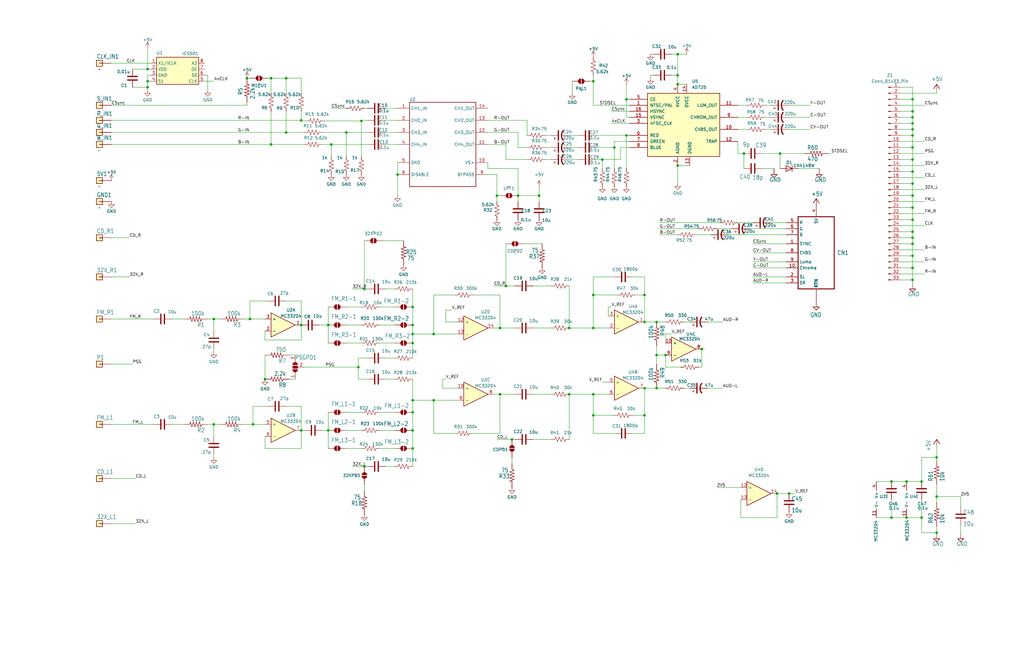
<source format=kicad_sch>
(kicad_sch (version 20250114) (generator "eeschema") (generator_version "9.0")
  (paper "B")
  (lib_symbols
    (symbol "3bpV2A_RevC-eagle-import:+5V" (power)
      (property "Value" "+5V" (at -2.54 -5.08 90))
      (symbol "+5V_1_0"
        (pin power_in line (at 0 -2.54 90) (length 2.54) (name "+5V") (number "1"))
      )
    )
    (symbol "3bpV2A_RevC-eagle-import:GND" (power)
      (property "Value" "GND" (at -1.905 -3.175 0))
      (symbol "GND_1_0"
        (pin power_in line (at 0 2.54 270) (length 2.54) (name "GND") (number "1"))
      )
    )
    (symbol "3bpV2A_RevC-eagle-import:R-US_R0603"
      (property "Reference" "R" (at -3.81 1.4986 0))
      (property "Value" "R-US_R0603" (at -3.81 -3.302 0))
      (symbol "R-US_R0603_1_0"
        (pin passive line (at -5.08 0 0) (length 2.54) (name "1") (number "1"))
        (pin passive line (at 5.08 0 180) (length 2.54) (name "2") (number "2"))
      )
    )
    (symbol "Connector:Conn_01x33_Pin" (pin_names (offset 1.016) (hide yes))
      (property "Reference" "J" (at 0 43.18 0))
      (property "Value" "Conn_01x33_Pin" (at 0 -43.18 0))
      (symbol "Conn_01x33_Pin_1_1"
        (pin passive line (at 5.08 40.64 180) (length 3.81) (name "Pin_1") (number "1"))
        (pin passive line (at 5.08 38.1 180) (length 3.81) (name "Pin_2") (number "2"))
        (pin passive line (at 5.08 35.56 180) (length 3.81) (name "Pin_3") (number "3"))
        (pin passive line (at 5.08 33.02 180) (length 3.81) (name "Pin_4") (number "4"))
        (pin passive line (at 5.08 30.48 180) (length 3.81) (name "Pin_5") (number "5"))
        (pin passive line (at 5.08 27.94 180) (length 3.81) (name "Pin_6") (number "6"))
        (pin passive line (at 5.08 25.4 180) (length 3.81) (name "Pin_7") (number "7"))
        (pin passive line (at 5.08 22.86 180) (length 3.81) (name "Pin_8") (number "8"))
        (pin passive line (at 5.08 20.32 180) (length 3.81) (name "Pin_9") (number "9"))
        (pin passive line (at 5.08 17.78 180) (length 3.81) (name "Pin_10") (number "10"))
        (pin passive line (at 5.08 15.24 180) (length 3.81) (name "Pin_11") (number "11"))
        (pin passive line (at 5.08 12.7 180) (length 3.81) (name "Pin_12") (number "12"))
        (pin passive line (at 5.08 10.16 180) (length 3.81) (name "Pin_13") (number "13"))
        (pin passive line (at 5.08 7.62 180) (length 3.81) (name "Pin_14") (number "14"))
        (pin passive line (at 5.08 5.08 180) (length 3.81) (name "Pin_15") (number "15"))
        (pin passive line (at 5.08 2.54 180) (length 3.81) (name "Pin_16") (number "16"))
        (pin passive line (at 5.08 0 180) (length 3.81) (name "Pin_17") (number "17"))
        (pin passive line (at 5.08 -2.54 180) (length 3.81) (name "Pin_18") (number "18"))
        (pin passive line (at 5.08 -5.08 180) (length 3.81) (name "Pin_19") (number "19"))
        (pin passive line (at 5.08 -7.62 180) (length 3.81) (name "Pin_20") (number "20"))
        (pin passive line (at 5.08 -10.16 180) (length 3.81) (name "Pin_21") (number "21"))
        (pin passive line (at 5.08 -12.7 180) (length 3.81) (name "Pin_22") (number "22"))
        (pin passive line (at 5.08 -15.24 180) (length 3.81) (name "Pin_23") (number "23"))
        (pin passive line (at 5.08 -17.78 180) (length 3.81) (name "Pin_24") (number "24"))
        (pin passive line (at 5.08 -20.32 180) (length 3.81) (name "Pin_25") (number "25"))
        (pin passive line (at 5.08 -22.86 180) (length 3.81) (name "Pin_26") (number "26"))
        (pin passive line (at 5.08 -25.4 180) (length 3.81) (name "Pin_27") (number "27"))
        (pin passive line (at 5.08 -27.94 180) (length 3.81) (name "Pin_28") (number "28"))
        (pin passive line (at 5.08 -30.48 180) (length 3.81) (name "Pin_29") (number "29"))
        (pin passive line (at 5.08 -33.02 180) (length 3.81) (name "Pin_30") (number "30"))
        (pin passive line (at 5.08 -35.56 180) (length 3.81) (name "Pin_31") (number "31"))
        (pin passive line (at 5.08 -38.1 180) (length 3.81) (name "Pin_32") (number "32"))
        (pin passive line (at 5.08 -40.64 180) (length 3.81) (name "Pin_33") (number "33"))
      )
    )
    (symbol "Device:C" (pin_numbers (hide yes)) (pin_names (offset 0.254))
      (property "Reference" "C" (at 0.635 2.54 0))
      (property "Value" "C" (at 0.635 -2.54 0))
      (symbol "C_1_1"
        (pin passive line (at 0 3.81 270) (length 2.794) (name "~") (number "1"))
        (pin passive line (at 0 -3.81 90) (length 2.794) (name "~") (number "2"))
      )
    )
    (symbol "Device:C_Polarized_US" (pin_numbers (hide yes)) (pin_names (offset 0.254) (hide yes))
      (property "Reference" "C" (at 0.635 2.54 0))
      (property "Value" "C_Polarized_US" (at 0.635 -2.54 0))
      (symbol "C_Polarized_US_1_1"
        (pin passive line (at 0 3.81 270) (length 2.794) (name "~") (number "1"))
        (pin passive line (at 0 -3.81 90) (length 3.302) (name "~") (number "2"))
      )
    )
    (symbol "Device:Opamp_Quad"
      (property "Reference" "U" (at 0 5.08 0))
      (property "Value" "Opamp_Quad" (at 0 -5.08 0))
      (symbol "Opamp_Quad_1_1"
        (pin input line (at -7.62 2.54 0) (length 2.54) (name "+") (number "3"))
        (pin input line (at -7.62 -2.54 0) (length 2.54) (name "-") (number "2"))
        (pin output line (at 7.62 0 180) (length 2.54) (name "~") (number "1"))
      )
      (symbol "Opamp_Quad_2_1"
        (pin input line (at -7.62 2.54 0) (length 2.54) (name "+") (number "5"))
        (pin input line (at -7.62 -2.54 0) (length 2.54) (name "-") (number "6"))
        (pin output line (at 7.62 0 180) (length 2.54) (name "~") (number "7"))
      )
      (symbol "Opamp_Quad_3_1"
        (pin input line (at -7.62 2.54 0) (length 2.54) (name "+") (number "10"))
        (pin input line (at -7.62 -2.54 0) (length 2.54) (name "-") (number "9"))
        (pin output line (at 7.62 0 180) (length 2.54) (name "~") (number "8"))
      )
      (symbol "Opamp_Quad_4_1"
        (pin input line (at -7.62 2.54 0) (length 2.54) (name "+") (number "12"))
        (pin input line (at -7.62 -2.54 0) (length 2.54) (name "-") (number "13"))
        (pin output line (at 7.62 0 180) (length 2.54) (name "~") (number "14"))
      )
      (symbol "Opamp_Quad_5_1"
        (pin power_in line (at -2.54 7.62 270) (length 3.81) (name "V+") (number "4"))
        (pin power_in line (at -2.54 -7.62 90) (length 3.81) (name "V-") (number "11"))
      )
    )
    (symbol "Device:R_US" (pin_numbers (hide yes)) (pin_names (offset 0))
      (property "Reference" "R" (at 2.54 0 90))
      (property "Value" "R_US" (at -2.54 0 90))
      (symbol "R_US_1_1"
        (pin passive line (at 0 3.81 270) (length 1.27) (name "~") (number "1"))
        (pin passive line (at 0 -3.81 90) (length 1.27) (name "~") (number "2"))
      )
    )
    (symbol "Diode:1N4148W" (pin_numbers (hide yes)) (pin_names (hide yes))
      (property "Reference" "D" (at 0 2.54 0))
      (property "Value" "1N4148W" (at 0 -2.54 0))
      (symbol "1N4148W_1_1"
        (pin passive line (at -3.81 0 0) (length 2.54) (name "K") (number "1"))
        (pin passive line (at 3.81 0 180) (length 2.54) (name "A") (number "2"))
      )
    )
    (symbol "ICS501:ICS501"
      (property "Reference" "IC" (at -8.89 8.636 0))
      (property "Value" "ICS501" (at -6.604 11.176 0))
      (symbol "ICS501_1_1"
        (pin input line (at -12.7 5.08 0) (length 2.54) (name "X1/ICLK") (number "1"))
        (pin power_in line (at -12.7 2.54 0) (length 2.54) (name "VDD") (number "2"))
        (pin power_in line (at -12.7 0 0) (length 2.54) (name "GND") (number "3"))
        (pin tri_state line (at -12.7 -2.54 0) (length 2.54) (name "S1") (number "4"))
        (pin output line (at 10.16 5.08 180) (length 2.54) (name "X2") (number "8"))
        (pin input line (at 10.16 2.54 180) (length 2.54) (name "OE") (number "7"))
        (pin tri_state line (at 10.16 0 180) (length 2.54) (name "S0") (number "6"))
        (pin output line (at 10.16 -2.54 180) (length 2.54) (name "CLK") (number "5"))
      )
    )
    (symbol "Jumper:SolderJumper_2_Open" (pin_numbers (hide yes)) (pin_names (offset 0) (hide yes)) (exclude_from_sim yes) (in_bom no)
      (property "Reference" "JP" (at 0 2.032 0))
      (property "Value" "SolderJumper_2_Open" (at 0 -2.54 0))
      (symbol "SolderJumper_2_Open_1_1"
        (pin passive line (at -3.81 0 0) (length 2.54) (name "A") (number "1"))
        (pin passive line (at 3.81 0 180) (length 2.54) (name "B") (number "2"))
      )
    )
    (symbol "Jumper:SolderJumper_3_Open" (pin_names (offset 0) (hide yes))
      (property "Reference" "JP" (at -2.54 -2.54 0))
      (property "Value" "SolderJumper_3_Open" (at 0 2.794 0))
      (symbol "SolderJumper_3_Open_1_1"
        (pin passive line (at -5.08 0 0) (length 2.54) (name "A") (number "1"))
        (pin passive line (at 0 -3.81 90) (length 2.54) (name "C") (number "2"))
        (pin passive line (at 5.08 0 180) (length 2.54) (name "B") (number "3"))
      )
    )
    (symbol "MD-90SM_MD2_1"
      (property "Reference" "CN1" (at 10.16 10.795 0))
      (symbol "MD-90SM_MD2_1_1_0"
        (pin bidirectional line (at -12.7 13.97 0) (length 5.08) (name "R") (number "5"))
        (pin bidirectional line (at -12.7 11.43 0) (length 5.08) (name "G") (number "6"))
        (pin bidirectional line (at -12.7 8.89 0) (length 5.08) (name "B") (number "7"))
        (pin bidirectional line (at -12.7 5.08 0) (length 5.08) (name "SYNC") (number "1"))
        (pin bidirectional line (at -12.7 1.27 0) (length 5.08) (name "CVBS") (number "8"))
        (pin bidirectional line (at -12.7 -2.54 0) (length 5.08) (name "Luma") (number "9"))
        (pin bidirectional line (at -12.7 -5.08 0) (length 5.08) (name "Chroma") (number "10"))
        (pin bidirectional line (at -12.7 -8.89 0) (length 5.08) (name "SL") (number "2"))
        (pin bidirectional line (at -12.7 -11.43 0) (length 5.08) (name "SR") (number "3"))
        (pin bidirectional line (at 0 21.59 270) (length 5.08) (name "5V") (number "4"))
        (pin bidirectional line (at 0 -19.05 90) (length 5.08) (name "RTN") (number "S1"))
        (pin bidirectional line (at 0 -19.05 90) (length 5.08) (name "RTN") (number "S2"))
        (pin bidirectional line (at 0 -19.05 90) (length 5.08) (name "RTN") (number "S3"))
      )
    )
    (symbol "My_Library:SMD_Conn_01x01" (pin_numbers (hide yes)) (pin_names (offset 1.016) (hide yes)) (in_bom no)
      (property "Reference" "J" (at 0 2.54 0))
      (property "Value" "SMD_Conn_01x01" (at 0 -2.54 0))
      (symbol "SMD_Conn_01x01_1_1"
        (pin passive line (at 5.08 0 180) (length 3.81) (name "Pin_1") (number "1"))
      )
    )
    (symbol "My_Library:THS7374"
      (property "Reference" "IC" (at -10.16 10.668 0))
      (symbol "THS7374_1_0"
        (pin bidirectional line (at -15.24 7.62 0) (length 5.08) (name "CH1_IN") (number "1"))
        (pin bidirectional line (at -15.24 2.54 0) (length 5.08) (name "CH2_IN") (number "2"))
        (pin bidirectional line (at -15.24 -2.54 0) (length 5.08) (name "CH3_IN") (number "3"))
        (pin bidirectional line (at -15.24 -7.62 0) (length 5.08) (name "CH4_IN") (number "4"))
        (pin bidirectional line (at -15.24 -15.24 0) (length 5.08) (name "GND") (number "5"))
        (pin bidirectional line (at -15.24 -20.32 0) (length 5.08) (name "DISABLE") (number "6"))
        (pin bidirectional line (at 22.86 7.62 180) (length 5.08) (name "CH1_OUT") (number "14"))
        (pin bidirectional line (at 22.86 2.54 180) (length 5.08) (name "CH2_OUT") (number "13"))
        (pin bidirectional line (at 22.86 -2.54 180) (length 5.08) (name "CH3_OUT") (number "12"))
        (pin bidirectional line (at 22.86 -7.62 180) (length 5.08) (name "CH4_OUT") (number "11"))
        (pin bidirectional line (at 22.86 -15.24 180) (length 5.08) (name "VS+") (number "10"))
        (pin bidirectional line (at 22.86 -20.32 180) (length 5.08) (name "BYPASS") (number "9"))
      )
    )
    (symbol "Video:AD725" (pin_names (offset 1.016))
      (property "Reference" "U" (at -13.97 13.97 0))
      (property "Value" "AD725" (at 12.7 13.97 0))
      (symbol "AD725_1_1"
        (pin power_in line (at -22.86 10.16 0) (length 7.62) (name "CE") (number "5"))
        (pin input line (at -22.86 7.62 0) (length 7.62) (name "NTSC/PAL") (number "1"))
        (pin input line (at -22.86 5.08 0) (length 7.62) (name "HSYNC") (number "16"))
        (pin input line (at -22.86 2.54 0) (length 7.62) (name "VSYNC") (number "15"))
        (pin input line (at -22.86 0 0) (length 7.62) (name "4FSC_CLK") (number "3"))
        (pin input line (at -22.86 -5.08 0) (length 7.62) (name "RED") (number "6"))
        (pin input line (at -22.86 -7.62 0) (length 7.62) (name "GREEN") (number "7"))
        (pin input line (at -22.86 -10.16 0) (length 7.62) (name "BLUE") (number "8"))
        (pin power_in line (at -2.54 16.51 270) (length 3.81) (name "AVCC") (number "4"))
        (pin power_in line (at -2.54 -17.78 90) (length 3.81) (name "AGND") (number "2"))
        (pin power_in line (at 1.27 16.51 270) (length 3.81) (name "DVCC") (number "14"))
        (pin power_in line (at 2.54 -17.78 90) (length 3.81) (name "DGND") (number "13"))
        (pin output line (at 22.86 7.62 180) (length 7.62) (name "LUM_OUT") (number "11"))
        (pin output line (at 22.86 2.54 180) (length 7.62) (name "CHROM_OUT") (number "9"))
        (pin output line (at 22.86 -2.54 180) (length 7.62) (name "CVBS_OUT") (number "10"))
        (pin input line (at 22.86 -7.62 180) (length 7.62) (name "TRAP") (number "12"))
      )
    )
    (symbol "power:+5V" (power) (pin_numbers (hide yes)) (pin_names (offset 0) (hide yes))
      (property "Value" "+5V" (at 0 3.556 0))
      (symbol "+5V_1_1"
        (pin power_in line (at 0 0 90) (length 0) (name "~") (number "1"))
      )
    )
    (symbol "power:GND" (power) (pin_numbers (hide yes)) (pin_names (offset 0) (hide yes))
      (property "Value" "GND" (at 0 -3.81 0))
      (symbol "GND_1_1"
        (pin power_in line (at 0 0 270) (length 0) (name "~") (number "1"))
      )
    )
  )
  (junction (at 388.62 203.2))
  (junction (at 394.97 193.04))
  (junction (at 276.86 149.86))
  (junction (at 384.81 82.55))
  (junction (at 62.23 34.29))
  (junction (at 227.33 82.55))
  (junction (at 384.81 52.07))
  (junction (at 127 50.8))
  (junction (at 384.81 92.71))
  (junction (at 120.65 55.88))
  (junction (at 250.19 166.37))
  (junction (at 254 67.31))
  (junction (at 388.62 218.44))
  (junction (at 384.81 97.79))
  (junction (at 384.81 67.31))
  (junction (at 295.91 147.32))
  (junction (at 264.16 57.15))
  (junction (at 276.86 163.83))
  (junction (at 104.14 33.02))
  (junction (at 271.78 135.89))
  (junction (at 138.43 181.61))
  (junction (at 173.99 129.54))
  (junction (at 250.19 138.43))
  (junction (at 173.99 189.23))
  (junction (at 382.27 218.44))
  (junction (at 285.75 35.56))
  (junction (at 384.81 100.33))
  (junction (at 182.88 168.91))
  (junction (at 375.92 203.2))
  (junction (at 384.81 72.39))
  (junction (at 327.66 208.28))
  (junction (at 382.27 203.2))
  (junction (at 173.99 168.91))
  (junction (at 384.81 113.03))
  (junction (at 264.16 41.91))
  (junction (at 127 137.16))
  (junction (at 90.17 134.62))
  (junction (at 271.78 124.46))
  (junction (at 280.67 149.86))
  (junction (at 384.81 102.87))
  (junction (at 384.81 77.47))
  (junction (at 250.19 124.46))
  (junction (at 271.78 175.26))
  (junction (at 313.69 64.77))
  (junction (at 384.81 49.53))
  (junction (at 173.99 140.97))
  (junction (at 151.13 154.94))
  (junction (at 384.81 54.61))
  (junction (at 173.99 181.61))
  (junction (at 120.65 33.02))
  (junction (at 62.23 36.83))
  (junction (at 285.75 31.75))
  (junction (at 106.68 179.07))
  (junction (at 127 181.61))
  (junction (at 138.43 137.16))
  (junction (at 240.03 138.43))
  (junction (at 173.99 137.16))
  (junction (at 332.74 208.28))
  (junction (at 111.76 160.02))
  (junction (at 384.81 107.95))
  (junction (at 62.23 29.21))
  (junction (at 153.67 121.92))
  (junction (at 146.05 55.88))
  (junction (at 259.08 62.23))
  (junction (at 167.64 73.66))
  (junction (at 209.55 82.55))
  (junction (at 215.9 185.42))
  (junction (at 375.92 218.44))
  (junction (at 394.97 224.79))
  (junction (at 153.67 196.85))
  (junction (at 114.3 60.96))
  (junction (at 384.81 118.11))
  (junction (at 173.99 173.99))
  (junction (at 173.99 144.78))
  (junction (at 182.88 140.97))
  (junction (at 90.17 179.07))
  (junction (at 218.44 82.55))
  (junction (at 105.41 134.62))
  (junction (at 328.93 64.77))
  (junction (at 384.81 41.91))
  (junction (at 394.97 209.55))
  (junction (at 384.81 62.23))
  (junction (at 276.86 135.89))
  (junction (at 285.75 69.85))
  (junction (at 250.19 34.29))
  (junction (at 152.4 51.0353))
  (junction (at 384.81 46.99))
  (junction (at 285.75 22.86))
  (junction (at 240.03 166.37))
  (junction (at 271.78 163.83))
  (junction (at 210.82 138.43))
  (junction (at 384.81 57.15))
  (junction (at 114.3 33.02))
  (junction (at 250.19 175.26))
  (junction (at 139.7 60.96))
  (junction (at 213.36 120.65))
  (junction (at 210.82 166.37))
  (junction (at 384.81 87.63))
  (wire (pts (xy 285.75 22.86) (xy 285.75 31.75)))
  (wire (pts (xy 265.43 44.45) (xy 250.19 44.45)))
  (wire (pts (xy 135.89 181.61) (xy 138.43 181.61)))
  (wire (pts (xy 210.82 124.46) (xy 210.82 138.43)))
  (wire (pts (xy 394.97 193.04) (xy 394.97 194.31)))
  (wire (pts (xy 160.02 181.61) (xy 166.37 181.61)))
  (wire (pts (xy 173.99 121.92) (xy 173.99 129.54)))
  (wire (pts (xy 90.17 147.32) (xy 90.17 148.59)))
  (wire (pts (xy 205.74 60.96) (xy 213.36 60.96)))
  (wire (pts (xy 379.73 87.63) (xy 384.81 87.63)))
  (wire (pts (xy 229.87 62.23) (xy 232.41 62.23)))
  (wire (pts (xy 173.99 129.54) (xy 173.99 137.16)))
  (wire (pts (xy 62.23 29.21) (xy 62.23 20.32)))
  (wire (pts (xy 379.73 39.37) (xy 394.97 39.37)))
  (wire (pts (xy 205.74 71.12) (xy 205.74 68.58)))
  (wire (pts (xy 379.73 64.77) (xy 389.89 64.77)))
  (wire (pts (xy 394.97 187.96) (xy 394.97 193.04)))
  (wire (pts (xy 210.82 166.37) (xy 217.17 166.37)))
  (wire (pts (xy 384.81 52.07) (xy 384.81 49.53)))
  (wire (pts (xy 62.23 34.29) (xy 62.23 36.83)))
  (wire (pts (xy 167.64 73.66) (xy 167.64 82.55)))
  (wire (pts (xy 322.58 44.45) (xy 325.12 44.45)))
  (wire (pts (xy 328.93 64.77) (xy 321.31 64.77)))
  (wire (pts (xy 72.39 179.07) (xy 77.47 179.07)))
  (wire (pts (xy 298.45 163.83) (xy 304.8 163.83)))
  (wire (pts (xy 87.63 134.62) (xy 90.17 134.62)))
  (wire (pts (xy 213.36 67.31) (xy 222.25 67.31)))
  (wire (pts (xy 276.86 135.89) (xy 280.67 135.89)))
  (wire (pts (xy 182.88 168.91) (xy 193.04 168.91)))
  (wire (pts (xy 209.55 82.55) (xy 210.82 82.55)))
  (wire (pts (xy 276.86 149.86) (xy 280.67 149.86)))
  (wire (pts (xy 208.28 166.37) (xy 210.82 166.37)))
  (wire (pts (xy 312.42 218.44) (xy 327.66 218.44)))
  (wire (pts (xy 182.88 182.88) (xy 182.88 168.91)))
  (wire (pts (xy 369.57 203.2) (xy 375.92 203.2)))
  (wire (pts (xy 205.74 50.8) (xy 222.25 50.8)))
  (wire (pts (xy 405.13 213.995) (xy 405.13 209.55)))
  (wire (pts (xy 332.74 49.53) (xy 341.63 49.53)))
  (wire (pts (xy 379.73 44.45) (xy 389.89 44.45)))
  (wire (pts (xy 114.3 33.02) (xy 120.65 33.02)))
  (wire (pts (xy 162.56 55.88) (xy 167.64 55.88)))
  (wire (pts (xy 250.19 116.84) (xy 250.19 124.46)))
  (wire (pts (xy 210.82 182.88) (xy 210.82 166.37)))
  (wire (pts (xy 285.75 31.75) (xy 285.75 35.56)))
  (wire (pts (xy 127 39.37) (xy 127 33.02)))
  (wire (pts (xy 152.4 51.0353) (xy 152.4 66.04)))
  (wire (pts (xy 250.19 138.43) (xy 240.03 138.43)))
  (wire (pts (xy 271.78 116.84) (xy 271.78 124.46)))
  (wire (pts (xy 46.99 26.67) (xy 63.5 26.67)))
  (wire (pts (xy 218.44 71.12) (xy 218.44 82.55)))
  (wire (pts (xy 271.78 175.26) (xy 271.78 163.83)))
  (wire (pts (xy 138.43 173.99) (xy 138.43 181.61)))
  (wire (pts (xy 151.13 154.94) (xy 151.13 160.02)))
  (wire (pts (xy 121.92 160.02) (xy 124.46 160.02)))
  (wire (pts (xy 209.55 185.42) (xy 215.9 185.42)))
  (wire (pts (xy 289.56 22.86) (xy 285.75 22.86)))
  (wire (pts (xy 379.73 62.23) (xy 384.81 62.23)))
  (wire (pts (xy 275.59 22.86) (xy 274.32 22.86)))
  (wire (pts (xy 146.05 181.61) (xy 152.4 181.61)))
  (wire (pts (xy 87.63 31.75) (xy 87.63 38.1)))
  (wire (pts (xy 379.73 74.93) (xy 389.89 74.93)))
  (wire (pts (xy 87.63 179.07) (xy 90.17 179.07)))
  (wire (pts (xy 285.75 69.85) (xy 290.83 69.85)))
  (wire (pts (xy 120.65 46.99) (xy 120.65 55.88)))
  (wire (pts (xy 379.73 113.03) (xy 384.81 113.03)))
  (wire (pts (xy 302.26 205.74) (xy 312.42 205.74)))
  (wire (pts (xy 375.92 218.44) (xy 382.27 218.44)))
  (wire (pts (xy 187.96 130.81) (xy 187.96 135.89)))
  (wire (pts (xy 379.73 80.01) (xy 389.89 80.01)))
  (wire (pts (xy 224.79 120.65) (xy 232.41 120.65)))
  (wire (pts (xy 129.54 137.16) (xy 127 137.16)))
  (wire (pts (xy 146.05 55.88) (xy 154.94 55.88)))
  (wire (pts (xy 311.15 93.98) (xy 317.5 93.98)))
  (wire (pts (xy 394.97 39.37) (xy 394.97 38.1)))
  (wire (pts (xy 332.74 54.61) (xy 341.63 54.61)))
  (wire (pts (xy 120.65 55.88) (xy 128.27 55.88)))
  (wire (pts (xy 274.32 31.75) (xy 274.32 33.02)))
  (wire (pts (xy 120.65 33.02) (xy 127 33.02)))
  (wire (pts (xy 154.94 151.13) (xy 151.13 151.13)))
  (wire (pts (xy 384.81 54.61) (xy 384.81 52.07)))
  (wire (pts (xy 332.74 208.28) (xy 335.28 208.28)))
  (wire (pts (xy 152.4 51.0353) (xy 152.4 50.8)))
  (wire (pts (xy 317.5 113.03) (xy 331.47 113.03)))
  (wire (pts (xy 379.73 105.41) (xy 389.89 105.41)))
  (wire (pts (xy 388.62 203.2) (xy 388.62 193.04)))
  (wire (pts (xy 332.74 44.45) (xy 341.63 44.45)))
  (wire (pts (xy 90.17 134.62) (xy 92.71 134.62)))
  (wire (pts (xy 257.81 52.07) (xy 265.43 52.07)))
  (wire (pts (xy 134.62 137.16) (xy 138.43 137.16)))
  (wire (pts (xy 316.23 96.52) (xy 331.47 96.52)))
  (wire (pts (xy 271.78 163.83) (xy 276.86 163.83)))
  (wire (pts (xy 205.74 71.12) (xy 218.44 71.12)))
  (wire (pts (xy 127 189.23) (xy 127 181.61)))
  (wire (pts (xy 213.36 60.96) (xy 213.36 67.31)))
  (wire (pts (xy 153.67 121.92) (xy 154.94 121.92)))
  (wire (pts (xy 111.76 149.86) (xy 111.76 160.02)))
  (wire (pts (xy 209.55 85.09) (xy 209.55 82.55)))
  (wire (pts (xy 104.14 44.45) (xy 104.14 43.18)))
  (wire (pts (xy 186.69 163.83) (xy 193.04 163.83)))
  (wire (pts (xy 210.82 138.43) (xy 217.17 138.43)))
  (wire (pts (xy 384.81 119.38) (xy 384.81 118.11)))
  (wire (pts (xy 162.56 151.13) (xy 166.37 151.13)))
  (wire (pts (xy 321.31 71.12) (xy 326.39 71.12)))
  (wire (pts (xy 127 127) (xy 127 137.16)))
  (wire (pts (xy 379.73 90.17) (xy 389.89 90.17)))
  (wire (pts (xy 139.7 60.96) (xy 154.94 60.96)))
  (wire (pts (xy 271.78 135.89) (xy 276.86 135.89)))
  (wire (pts (xy 379.73 52.07) (xy 384.81 52.07)))
  (wire (pts (xy 173.99 189.23) (xy 173.99 196.85)))
  (wire (pts (xy 63.5 31.75) (xy 62.23 31.75)))
  (wire (pts (xy 317.5 110.49) (xy 331.47 110.49)))
  (wire (pts (xy 213.36 102.87) (xy 213.36 120.65)))
  (wire (pts (xy 153.67 101.6) (xy 153.67 121.92)))
  (wire (pts (xy 384.81 118.11) (xy 384.81 113.03)))
  (wire (pts (xy 265.43 49.53) (xy 264.16 49.53)))
  (wire (pts (xy 384.81 67.31) (xy 384.81 62.23)))
  (wire (pts (xy 317.5 116.84) (xy 331.47 116.84)))
  (wire (pts (xy 311.15 49.53) (xy 314.96 49.53)))
  (wire (pts (xy 349.25 64.77) (xy 350.52 64.77)))
  (wire (pts (xy 327.66 208.28) (xy 332.74 208.28)))
  (wire (pts (xy 379.73 59.69) (xy 389.89 59.69)))
  (wire (pts (xy 379.73 49.53) (xy 384.81 49.53)))
  (wire (pts (xy 384.81 41.91) (xy 384.81 36.83)))
  (wire (pts (xy 384.81 57.15) (xy 384.81 54.61)))
  (wire (pts (xy 90.17 191.77) (xy 90.17 193.04)))
  (wire (pts (xy 127 51.0353) (xy 127 50.8)))
  (wire (pts (xy 379.73 72.39) (xy 384.81 72.39)))
  (wire (pts (xy 224.79 166.37) (xy 232.41 166.37)))
  (wire (pts (xy 311.15 64.77) (xy 313.69 64.77)))
  (wire (pts (xy 256.54 166.37) (xy 250.19 166.37)))
  (wire (pts (xy 139.7 45.72) (xy 146.05 45.72)))
  (wire (pts (xy 257.81 129.54) (xy 256.54 129.54)))
  (wire (pts (xy 379.73 77.47) (xy 384.81 77.47)))
  (wire (pts (xy 127 181.61) (xy 128.27 181.61)))
  (wire (pts (xy 113.03 171.45) (xy 106.68 171.45)))
  (wire (pts (xy 379.73 107.95) (xy 384.81 107.95)))
  (wire (pts (xy 222.25 50.8) (xy 222.25 57.15)))
  (wire (pts (xy 148.59 196.85) (xy 153.67 196.85)))
  (wire (pts (xy 113.03 127) (xy 105.41 127)))
  (wire (pts (xy 271.78 124.46) (xy 271.78 135.89)))
  (wire (pts (xy 388.62 224.79) (xy 394.97 224.79)))
  (wire (pts (xy 186.69 160.02) (xy 186.69 163.83)))
  (wire (pts (xy 90.17 134.62) (xy 90.17 139.7)))
  (wire (pts (xy 46.99 201.93) (xy 57.15 201.93)))
  (wire (pts (xy 160.02 137.16) (xy 166.37 137.16)))
  (wire (pts (xy 322.58 49.53) (xy 325.12 49.53)))
  (wire (pts (xy 136.6265 51.0353) (xy 152.4 51.0353)))
  (wire (pts (xy 182.88 124.46) (xy 182.88 140.97)))
  (wire (pts (xy 264.16 49.53) (xy 264.16 41.91)))
  (wire (pts (xy 375.92 203.2) (xy 382.27 203.2)))
  (wire (pts (xy 173.99 168.91) (xy 173.99 173.99)))
  (wire (pts (xy 266.7 175.26) (xy 271.78 175.26)))
  (wire (pts (xy 285.75 69.85) (xy 285.75 77.47)))
  (wire (pts (xy 138.43 129.54) (xy 138.43 137.16)))
  (wire (pts (xy 384.81 72.39) (xy 384.81 67.31)))
  (wire (pts (xy 160.02 129.54) (xy 166.37 129.54)))
  (wire (pts (xy 261.62 62.23) (xy 265.43 62.23)))
  (wire (pts (xy 254 161.29) (xy 256.54 161.29)))
  (wire (pts (xy 379.73 115.57) (xy 389.89 115.57)))
  (wire (pts (xy 127 137.16) (xy 127 143.51)))
  (wire (pts (xy 227.33 78.74) (xy 227.33 82.55)))
  (wire (pts (xy 264.16 57.15) (xy 265.43 57.15)))
  (wire (pts (xy 250.19 44.45) (xy 250.19 34.29)))
  (wire (pts (xy 276.86 149.86) (xy 276.86 153.67)))
  (wire (pts (xy 224.79 185.42) (xy 232.41 185.42)))
  (wire (pts (xy 275.59 31.75) (xy 274.32 31.75)))
  (wire (pts (xy 287.02 154.94) (xy 280.67 154.94)))
  (wire (pts (xy 382.27 218.44) (xy 388.62 218.44)))
  (wire (pts (xy 384.81 113.03) (xy 384.81 107.95)))
  (wire (pts (xy 280.67 140.97) (xy 280.67 144.78)))
  (wire (pts (xy 312.42 210.82) (xy 312.42 218.44)))
  (wire (pts (xy 250.19 175.26) (xy 250.19 166.37)))
  (wire (pts (xy 240.03 62.23) (xy 243.84 62.23)))
  (wire (pts (xy 259.08 182.88) (xy 250.19 182.88)))
  (wire (pts (xy 162.56 121.92) (xy 166.37 121.92)))
  (wire (pts (xy 259.08 116.84) (xy 250.19 116.84)))
  (wire (pts (xy 105.41 127) (xy 105.41 134.62)))
  (wire (pts (xy 46.99 44.45) (xy 104.14 44.45)))
  (wire (pts (xy 127 51.0353) (xy 129.0065 51.0353)))
  (wire (pts (xy 384.81 92.71) (xy 384.81 97.79)))
  (wire (pts (xy 250.19 31.75) (xy 250.19 34.29)))
  (wire (pts (xy 379.73 85.09) (xy 389.89 85.09)))
  (wire (pts (xy 379.73 95.25) (xy 389.89 95.25)))
  (wire (pts (xy 328.93 71.12) (xy 328.93 64.77)))
  (wire (pts (xy 298.45 135.89) (xy 304.8 135.89)))
  (wire (pts (xy 218.44 85.09) (xy 218.44 82.55)))
  (wire (pts (xy 254 67.31) (xy 261.62 67.31)))
  (wire (pts (xy 240.03 166.37) (xy 240.03 185.42)))
  (wire (pts (xy 173.99 140.97) (xy 173.99 144.78)))
  (wire (pts (xy 227.33 85.09) (xy 227.33 82.55)))
  (wire (pts (xy 46.99 60.96) (xy 114.3 60.96)))
  (wire (pts (xy 162.56 45.72) (xy 167.64 45.72)))
  (wire (pts (xy 379.73 118.11) (xy 384.81 118.11)))
  (wire (pts (xy 173.99 168.91) (xy 182.88 168.91)))
  (wire (pts (xy 311.15 54.61) (xy 314.96 54.61)))
  (wire (pts (xy 375.92 210.82) (xy 375.92 218.44)))
  (wire (pts (xy 128.27 154.94) (xy 151.13 154.94)))
  (wire (pts (xy 276.86 146.05) (xy 276.86 149.86)))
  (wire (pts (xy 384.81 107.95) (xy 384.81 102.87)))
  (wire (pts (xy 379.73 67.31) (xy 384.81 67.31)))
  (wire (pts (xy 162.56 196.85) (xy 166.37 196.85)))
  (wire (pts (xy 327.66 218.44) (xy 327.66 208.28)))
  (wire (pts (xy 120.65 39.37) (xy 120.65 33.02)))
  (wire (pts (xy 146.05 55.88) (xy 146.05 66.04)))
  (wire (pts (xy 259.08 175.26) (xy 250.19 175.26)))
  (wire (pts (xy 379.73 97.79) (xy 384.81 97.79)))
  (wire (pts (xy 336.55 71.12) (xy 345.44 71.12)))
  (wire (pts (xy 162.56 50.8) (xy 167.64 50.8)))
  (wire (pts (xy 379.73 57.15) (xy 384.81 57.15)))
  (wire (pts (xy 46.99 100.33) (xy 54.61 100.33)))
  (wire (pts (xy 106.68 179.07) (xy 111.76 179.07)))
  (wire (pts (xy 114.3 33.02) (xy 113.03 33.02)))
  (wire (pts (xy 229.87 57.15) (xy 232.41 57.15)))
  (wire (pts (xy 162.56 60.96) (xy 167.64 60.96)))
  (wire (pts (xy 251.46 57.15) (xy 264.16 57.15)))
  (wire (pts (xy 62.23 36.83) (xy 62.23 38.1)))
  (wire (pts (xy 182.88 140.97) (xy 193.04 140.97)))
  (wire (pts (xy 86.36 34.29) (xy 90.17 34.29)))
  (wire (pts (xy 388.62 218.44) (xy 388.62 224.79)))
  (wire (pts (xy 405.13 224.79) (xy 405.13 221.615)))
  (wire (pts (xy 199.39 124.46) (xy 210.82 124.46)))
  (wire (pts (xy 285.75 35.56) (xy 289.56 35.56)))
  (wire (pts (xy 265.43 41.91) (xy 264.16 41.91)))
  (wire (pts (xy 160.02 189.23) (xy 166.37 189.23)))
  (wire (pts (xy 135.89 60.96) (xy 139.7 60.96)))
  (wire (pts (xy 152.4 50.8) (xy 154.94 50.8)))
  (wire (pts (xy 72.39 134.62) (xy 77.47 134.62)))
  (wire (pts (xy 62.23 34.29) (xy 63.5 34.29)))
  (wire (pts (xy 46.99 134.62) (xy 64.77 134.62)))
  (wire (pts (xy 160.02 144.78) (xy 166.37 144.78)))
  (wire (pts (xy 106.68 171.45) (xy 106.68 179.07)))
  (wire (pts (xy 294.64 154.94) (xy 295.91 154.94)))
  (wire (pts (xy 295.91 154.94) (xy 295.91 147.32)))
  (wire (pts (xy 218.44 82.55) (xy 227.33 82.55)))
  (wire (pts (xy 121.92 149.86) (xy 124.46 149.86)))
  (wire (pts (xy 250.19 175.26) (xy 250.19 182.88)))
  (wire (pts (xy 146.05 189.23) (xy 152.4 189.23)))
  (wire (pts (xy 90.17 179.07) (xy 92.71 179.07)))
  (wire (pts (xy 46.99 153.67) (xy 55.88 153.67)))
  (wire (pts (xy 153.67 204.47) (xy 153.67 207.01)))
  (wire (pts (xy 173.99 173.99) (xy 173.99 181.61)))
  (wire (pts (xy 240.03 57.15) (xy 243.84 57.15)))
  (wire (pts (xy 229.87 67.31) (xy 232.41 67.31)))
  (wire (pts (xy 205.74 73.66) (xy 209.55 73.66)))
  (wire (pts (xy 111.76 189.23) (xy 127 189.23)))
  (wire (pts (xy 369.57 218.44) (xy 375.92 218.44)))
  (wire (pts (xy 86.36 31.75) (xy 87.63 31.75)))
  (wire (pts (xy 293.37 99.06) (xy 299.72 99.06)))
  (wire (pts (xy 135.89 55.88) (xy 146.05 55.88)))
  (wire (pts (xy 259.08 62.23) (xy 259.08 71.12)))
  (wire (pts (xy 127 171.45) (xy 127 181.61)))
  (wire (pts (xy 388.62 193.04) (xy 394.97 193.04)))
  (wire (pts (xy 120.65 171.45) (xy 127 171.45)))
  (wire (pts (xy 382.27 203.2) (xy 388.62 203.2)))
  (wire (pts (xy 190.5 130.81) (xy 187.96 130.81)))
  (wire (pts (xy 220.98 102.87) (xy 228.6 102.87)))
  (wire (pts (xy 160.02 173.99) (xy 166.37 173.99)))
  (wire (pts (xy 111.76 139.7) (xy 111.76 143.51)))
  (wire (pts (xy 278.13 96.52) (xy 294.64 96.52)))
  (wire (pts (xy 167.64 68.58) (xy 167.64 73.66)))
  (wire (pts (xy 62.23 31.75) (xy 62.23 34.29)))
  (wire (pts (xy 146.05 144.78) (xy 152.4 144.78)))
  (wire (pts (xy 405.13 209.55) (xy 394.97 209.55)))
  (wire (pts (xy 379.73 69.85) (xy 389.89 69.85)))
  (wire (pts (xy 266.7 182.88) (xy 271.78 182.88)))
  (wire (pts (xy 388.62 210.82) (xy 388.62 218.44)))
  (wire (pts (xy 208.28 138.43) (xy 210.82 138.43)))
  (wire (pts (xy 278.13 99.06) (xy 285.75 99.06)))
  (wire (pts (xy 256.54 129.54) (xy 256.54 133.35)))
  (wire (pts (xy 379.73 92.71) (xy 384.81 92.71)))
  (wire (pts (xy 215.9 193.04) (xy 215.9 195.58)))
  (wire (pts (xy 173.99 140.97) (xy 182.88 140.97)))
  (wire (pts (xy 276.86 163.83) (xy 280.67 163.83)))
  (wire (pts (xy 146.05 173.99) (xy 152.4 173.99)))
  (wire (pts (xy 280.67 149.86) (xy 280.67 154.94)))
  (wire (pts (xy 46.99 116.84) (xy 54.61 116.84)))
  (wire (pts (xy 161.29 101.6) (xy 170.18 101.6)))
  (wire (pts (xy 384.81 87.63) (xy 384.81 82.55)))
  (wire (pts (xy 384.81 49.53) (xy 384.81 46.99)))
  (wire (pts (xy 379.73 41.91) (xy 384.81 41.91)))
  (wire (pts (xy 379.73 54.61) (xy 384.81 54.61)))
  (wire (pts (xy 251.46 62.23) (xy 259.08 62.23)))
  (wire (pts (xy 257.81 46.99) (xy 265.43 46.99)))
  (wire (pts (xy 384.81 46.99) (xy 384.81 41.91)))
  (wire (pts (xy 384.81 100.33) (xy 384.81 97.79)))
  (wire (pts (xy 46.99 55.88) (xy 120.65 55.88)))
  (wire (pts (xy 311.15 44.45) (xy 314.96 44.45)))
  (wire (pts (xy 114.3 46.99) (xy 114.3 60.96)))
  (wire (pts (xy 55.88 29.21) (xy 62.23 29.21)))
  (wire (pts (xy 394.97 209.55) (xy 394.97 204.47)))
  (wire (pts (xy 288.29 163.83) (xy 290.83 163.83)))
  (wire (pts (xy 328.93 64.77) (xy 339.09 64.77)))
  (wire (pts (xy 288.29 135.89) (xy 290.83 135.89)))
  (wire (pts (xy 384.81 77.47) (xy 384.81 72.39)))
  (wire (pts (xy 259.08 59.69) (xy 265.43 59.69)))
  (wire (pts (xy 261.62 67.31) (xy 261.62 62.23)))
  (wire (pts (xy 218.44 62.23) (xy 222.25 62.23)))
  (wire (pts (xy 173.99 181.61) (xy 173.99 189.23)))
  (wire (pts (xy 384.81 102.87) (xy 384.81 100.33)))
  (wire (pts (xy 264.16 41.91) (xy 264.16 35.56)))
  (wire (pts (xy 254 67.31) (xy 254 71.12)))
  (wire (pts (xy 209.55 73.66) (xy 209.55 82.55)))
  (wire (pts (xy 240.03 120.65) (xy 240.03 138.43)))
  (wire (pts (xy 250.19 34.29) (xy 248.92 34.29)))
  (wire (pts (xy 173.99 137.16) (xy 173.99 140.97)))
  (wire (pts (xy 146.05 137.16) (xy 152.4 137.16)))
  (wire (pts (xy 259.08 59.69) (xy 259.08 62.23)))
  (wire (pts (xy 384.81 82.55) (xy 384.81 77.47)))
  (wire (pts (xy 379.73 110.49) (xy 389.89 110.49)))
  (wire (pts (xy 127 46.99) (xy 127 50.8)))
  (wire (pts (xy 120.65 127) (xy 127 127)))
  (wire (pts (xy 278.13 93.98) (xy 303.53 93.98)))
  (wire (pts (xy 173.99 160.02) (xy 173.99 168.91)))
  (wire (pts (xy 241.3 34.29) (xy 241.3 39.37)))
  (wire (pts (xy 379.73 100.33) (xy 384.81 100.33)))
  (wire (pts (xy 146.05 129.54) (xy 152.4 129.54)))
  (wire (pts (xy 379.73 102.87) (xy 384.81 102.87)))
  (wire (pts (xy 215.9 185.42) (xy 217.17 185.42)))
  (wire (pts (xy 102.87 179.07) (xy 106.68 179.07)))
  (wire (pts (xy 114.3 60.96) (xy 128.27 60.96)))
  (wire (pts (xy 283.21 140.97) (xy 280.67 140.97)))
  (wire (pts (xy 325.12 93.98) (xy 331.47 93.98)))
  (wire (pts (xy 250.19 124.46) (xy 250.19 138.43)))
  (wire (pts (xy 240.03 67.31) (xy 243.84 67.31)))
  (wire (pts (xy 55.88 36.83) (xy 62.23 36.83)))
  (wire (pts (xy 111.76 184.15) (xy 111.76 189.23)))
  (wire (pts (xy 102.87 134.62) (xy 105.41 134.62)))
  (wire (pts (xy 256.54 138.43) (xy 250.19 138.43)))
  (wire (pts (xy 307.34 99.06) (xy 331.47 99.06)))
  (wire (pts (xy 151.13 151.13) (xy 151.13 154.94)))
  (wire (pts (xy 313.69 71.12) (xy 313.69 64.77)))
  (wire (pts (xy 297.18 147.32) (xy 295.91 147.32)))
  (wire (pts (xy 384.81 36.83) (xy 379.73 36.83)))
  (wire (pts (xy 285.75 22.86) (xy 283.21 22.86)))
  (wire (pts (xy 317.5 102.87) (xy 331.47 102.87)))
  (wire (pts (xy 266.7 116.84) (xy 271.78 116.84)))
  (wire (pts (xy 267.97 124.46) (xy 271.78 124.46)))
  (wire (pts (xy 90.17 179.07) (xy 90.17 184.15)))
  (wire (pts (xy 384.81 62.23) (xy 384.81 57.15)))
  (wire (pts (xy 260.35 124.46) (xy 250.19 124.46)))
  (wire (pts (xy 311.15 59.69) (xy 311.15 64.77)))
  (wire (pts (xy 148.59 121.92) (xy 153.67 121.92)))
  (wire (pts (xy 114.3 39.37) (xy 114.3 33.02)))
  (wire (pts (xy 394.97 212.09) (xy 394.97 209.55)))
  (wire (pts (xy 264.16 57.15) (xy 264.16 71.12)))
  (wire (pts (xy 218.44 62.23) (xy 218.44 55.88)))
  (wire (pts (xy 379.73 82.55) (xy 384.81 82.55)))
  (wire (pts (xy 187.96 160.02) (xy 186.69 160.02)))
  (wire (pts (xy 317.5 106.68) (xy 331.47 106.68)))
  (wire (pts (xy 317.5 119.38) (xy 331.47 119.38)))
  (wire (pts (xy 205.74 55.88) (xy 218.44 55.88)))
  (wire (pts (xy 162.56 160.02) (xy 166.37 160.02)))
  (wire (pts (xy 138.43 137.16) (xy 138.43 144.78)))
  (wire (pts (xy 153.67 45.72) (xy 154.94 45.72)))
  (wire (pts (xy 105.41 134.62) (xy 111.76 134.62)))
  (wire (pts (xy 285.75 31.75) (xy 283.21 31.75)))
  (wire (pts (xy 46.99 179.07) (xy 64.77 179.07)))
  (wire (pts (xy 151.13 160.02) (xy 154.94 160.02)))
  (wire (pts (xy 191.77 124.46) (xy 182.88 124.46)))
  (wire (pts (xy 199.39 182.88) (xy 210.82 182.88)))
  (wire (pts (xy 173.99 144.78) (xy 173.99 151.13)))
  (wire (pts (xy 187.96 135.89) (xy 193.04 135.89)))
  (wire (pts (xy 224.79 138.43) (xy 232.41 138.43)))
  (wire (pts (xy 46.99 220.98) (xy 57.15 220.98)))
  (wire (pts (xy 111.76 143.51) (xy 127 143.51)))
  (wire (pts (xy 322.58 54.61) (xy 325.12 54.61)))
  (wire (pts (xy 213.36 120.65) (xy 217.17 120.65)))
  (wire (pts (xy 384.81 92.71) (xy 384.81 87.63)))
  (wire (pts (xy 394.97 224.79) (xy 394.97 222.25)))
  (wire (pts (xy 251.46 67.31) (xy 254 67.31)))
  (wire (pts (xy 63.5 29.21) (xy 62.23 29.21)))
  (wire (pts (xy 104.14 33.02) (xy 105.41 33.02)))
  (wire (pts (xy 208.28 120.65) (xy 213.36 120.65)))
  (wire (pts (xy 153.67 196.85) (xy 154.94 196.85)))
  (wire (pts (xy 139.7 60.96) (xy 139.7 66.04)))
  (wire (pts (xy 46.99 50.8) (xy 127 50.8)))
  (wire (pts (xy 250.19 166.37) (xy 240.03 166.37)))
  (wire (pts (xy 191.77 182.88) (xy 182.88 182.88)))
  (wire (pts (xy 138.43 181.61) (xy 138.43 189.23)))
  (wire (pts (xy 271.78 175.26) (xy 271.78 182.88)))
  (wire (pts (xy 379.73 46.99) (xy 384.81 46.99)))
  (wire (pts (xy 302.26 96.52) (xy 308.61 96.52)))
  (label "STDSEL" (at 350.52 64.77 0))
  (label "32X_L" (at 389.89 80.01 0) (effects (font (size 1.2446 1.2446))))
  (label "32X_R" (at 389.89 69.85 0) (effects (font (size 1.2446 1.2446))))
  (label "B-OUT" (at 278.13 99.06 0))
  (label "PSG" (at 55.88 153.67 0) (effects (font (size 1.2446 1.2446))))
  (label "2V5" (at 405.13 209.55 0) (effects (font (size 1.2446 1.2446))))
  (label "PSG" (at 389.89 64.77 0) (effects (font (size 1.2446 1.2446))))
  (label "32X_L" (at 148.59 196.85 0) (effects (font (size 1.2446 1.2446))))
  (label "CSync" (at 46.99 44.45 0))
  (label "FM_R" (at 389.89 90.17 0) (effects (font (size 1.2446 1.2446))))
  (label "V_REF" (at 190.5 130.81 0) (effects (font (size 1.2446 1.2446))))
  (label "4xCLK" (at 257.81 52.07 0))
  (label "V_REF" (at 187.96 160.02 0) (effects (font (size 1.2446 1.2446))))
  (label "B-OUT" (at 208.28 60.96 0))
  (label "32X_R" (at 54.61 116.84 0) (effects (font (size 1.2446 1.2446))))
  (label "CSync" (at 257.81 46.99 0))
  (label "B-IN" (at 389.89 105.41 0) (effects (font (size 1.2446 1.2446))))
  (label "CD_L" (at 389.89 74.93 0) (effects (font (size 1.2446 1.2446))))
  (label "FM_L" (at 389.89 85.09 0) (effects (font (size 1.2446 1.2446))))
  (label "CV-OUT" (at 341.63 54.61 0))
  (label "AUD-R" (at 304.8 135.89 0) (effects (font (size 1.2446 1.2446))))
  (label "AUD-L" (at 304.8 163.83 0) (effects (font (size 1.2446 1.2446))))
  (label "CD_R" (at 208.28 120.65 0) (effects (font (size 1.2446 1.2446))))
  (label "R-OUT" (at 278.13 93.98 0))
  (label "V_REF" (at 283.21 140.97 0) (effects (font (size 1.2446 1.2446))))
  (label "PSG" (at 137.16 154.94 0) (effects (font (size 1.2446 1.2446))))
  (label "V_REF" (at 254 161.29 180) (effects (font (size 1.2446 1.2446))))
  (label "Y-OUT" (at 341.63 44.45 0))
  (label "B-IN" (at 100.33 60.96 0) (effects (font (size 1.2446 1.2446))))
  (label "G-OUT" (at 278.13 96.52 0))
  (label "CD_R" (at 54.61 100.33 0) (effects (font (size 1.2446 1.2446))))
  (label "V_REF" (at 335.28 208.28 0) (effects (font (size 1.2446 1.2446))))
  (label "R-OUT" (at 208.28 50.8 0))
  (label "R-IN" (at 100.33 50.8 0) (effects (font (size 1.2446 1.2446))))
  (label "FM_R" (at 54.61 134.62 0) (effects (font (size 1.2446 1.2446))))
  (label "CSync" (at 389.89 44.45 0))
  (label "Y-OUT" (at 317.5 110.49 0))
  (label "32X_L" (at 57.15 220.98 0) (effects (font (size 1.2446 1.2446))))
  (label "CD_L" (at 57.15 201.93 0) (effects (font (size 1.2446 1.2446))))
  (label "CSync" (at 139.7 45.72 0))
  (label "CD_R" (at 389.89 59.69 0) (effects (font (size 1.2446 1.2446))))
  (label "AUD-R" (at 317.5 119.38 0) (effects (font (size 1.2446 1.2446))))
  (label "CSync" (at 317.5 102.87 0))
  (label "G-IN" (at 389.89 110.49 0) (effects (font (size 1.2446 1.2446))))
  (label "CV-OUT" (at 317.5 106.68 0))
  (label "AUD-L" (at 317.5 116.84 0) (effects (font (size 1.2446 1.2446))))
  (label "STDSEL" (at 252.73 44.45 0))
  (label "R-IN" (at 389.89 115.57 0) (effects (font (size 1.2446 1.2446))))
  (label "G-OUT" (at 208.28 55.88 0))
  (label "C-OUT" (at 341.63 49.53 0))
  (label "32X_R" (at 148.59 121.92 0) (effects (font (size 1.2446 1.2446))))
  (label "4xCLK" (at 90.17 34.29 0))
  (label "2V5" (at 302.26 205.74 0) (effects (font (size 1.2446 1.2446))))
  (label "CLK" (at 389.89 95.25 0) (effects (font (size 1.2446 1.2446))))
  (label "C-OUT" (at 317.5 113.03 0))
  (label "FM_L" (at 55.88 179.07 0) (effects (font (size 1.2446 1.2446))))
  (label "CD_L" (at 209.55 185.42 0) (effects (font (size 1.2446 1.2446))))
  (label "CLK" (at 53.34 26.67 0) (effects (font (size 1.2446 1.2446))))
  (label "G-IN" (at 100.33 55.88 0) (effects (font (size 1.2446 1.2446))))
  (label "V_REF" (at 257.81 129.54 0) (effects (font (size 1.2446 1.2446))))
  (symbol (lib_id "3bpV2A_RevC-eagle-import:+5V") (at 394.97 35.56 0) (unit 1)
    (property "Reference" "#P+02" (effects (hide yes)))
    (property "Value" "+5V" (at 392.684 34.29 0) (effects (font (size 1.778 1.5113)) (justify left bottom)))
    (property "Footprint" "3bpV2A_RevC:" (effects (hide yes)))
  )
  (symbol (lib_id "My_Library:SMD_Conn_01x01") (at 41.91 85.09 0) (unit 1) (in_bom no)
    (property "Reference" "GND1" (at 40.767 83.2358 0) (effects (font (size 1.778 1.5113)) (justify left bottom)))
    (property "Value" "~" (at 41.91 87.63 0))
    (property "Footprint" "Connector_Wire:SolderWirePad_1x01_SMD_1x2mm" (effects (hide yes)))
  )
  (symbol (lib_id "Jumper:SolderJumper_2_Open") (at 142.24 189.23 0) (unit 1)
    (property "Reference" "FM_L3-1" (at 139.7 186.69 0) (effects (font (size 1.778 1.5113)) (justify left bottom)))
    (property "Value" "SolderJumper_2_Open" (effects (hide yes)))
    (property "Footprint" "Jumper:SolderJumper-2_P1.3mm_Open_RoundedPad1.0x1.5mm" (effects (hide yes)))
  )
  (symbol (lib_id "Device:C") (at 262.89 116.84 90) (unit 1)
    (property "Reference" "C30" (at 260.096 113.792 90))
    (property "Value" "1800p" (at 265.938 113.538 90))
    (property "Footprint" "Capacitor_SMD:C_0402_1005Metric" (effects (hide yes)))
    (property "Description" "Unpolarized capacitor" (effects (hide yes)))
  )
  (symbol (lib_id "Jumper:SolderJumper_2_Open") (at 157.48 101.6 0) (unit 1)
    (property "Reference" "32XPD2" (at 157.48 98.552 0))
    (property "Value" "~" (at 157.48 97.79 0))
    (property "Footprint" "Jumper:SolderJumper-2_P1.3mm_Open_RoundedPad1.0x1.5mm" (effects (hide yes)))
    (property "Description" "Solder Jumper, 2-pole, open" (effects (hide yes)))
  )
  (symbol (lib_id "power:+5V") (at 264.16 35.56 0) (unit 1)
    (property "Reference" "#PWR026" (effects (hide yes)))
    (property "Value" "+5V" (at 264.16 32.004 0))
    (property "Description" "Power symbol creates a global label with name \"+5V\"" (effects (hide yes)))
  )
  (symbol (lib_id "3bpV2A_RevC-eagle-import:+5V") (at 344.17 83.82 0) (unit 1)
    (property "Reference" "#P+01" (effects (hide yes)))
    (property "Value" "+5V" (at 342.138 82.804 0) (effects (font (size 1.778 1.5113)) (justify left bottom)))
    (property "Footprint" "3bpV2A_RevC:" (effects (hide yes)))
  )
  (symbol (lib_id "Device:R_US") (at 289.56 99.06 90) (unit 1)
    (property "Reference" "R52" (at 287.02 101.346 90))
    (property "Value" "75" (at 290.576 101.346 90))
    (property "Footprint" "Resistor_SMD:R_0402_1005Metric" (effects (hide yes)))
    (property "Description" "Resistor, US symbol" (effects (hide yes)))
  )
  (symbol (lib_id "Device:C") (at 158.75 55.88 90) (unit 1)
    (property "Reference" "C12" (at 161.544 54.864 90))
    (property "Value" "0.1u" (at 161.798 56.896 90))
    (property "Footprint" "Capacitor_SMD:C_0402_1005Metric" (effects (hide yes)))
    (property "Description" "Unpolarized capacitor" (effects (hide yes)))
  )
  (symbol (lib_id "Device:C_Polarized_US") (at 294.64 135.89 90) (unit 1)
    (property "Reference" "C34" (at 291.592 134.62 90))
    (property "Value" "47u" (at 298.958 134.62 90))
    (property "Footprint" "Capacitor_Tantalum_SMD:CP_EIA-3528-15_AVX-H" (effects (hide yes)))
    (property "Description" "Polarized capacitor, US symbol" (effects (hide yes)))
  )
  (symbol (lib_id "Device:R_US") (at 170.18 121.92 90) (unit 1)
    (property "Reference" "R26" (at 167.894 119.126 90))
    (property "Value" "210k" (at 173.482 119.126 90))
    (property "Footprint" "Resistor_SMD:R_0402_1005Metric" (effects (hide yes)))
    (property "Description" "Resistor, US symbol" (effects (hide yes)))
  )
  (symbol (lib_id "Device:C_Polarized_US") (at 294.64 163.83 90) (unit 1)
    (property "Reference" "C35" (at 291.592 162.56 90))
    (property "Value" "47u" (at 298.958 162.56 90))
    (property "Footprint" "Capacitor_Tantalum_SMD:CP_EIA-3528-15_AVX-H" (effects (hide yes)))
    (property "Description" "Polarized capacitor, US symbol" (effects (hide yes)))
  )
  (symbol (lib_id "3bpV2A_RevC-eagle-import:R-US_R0603") (at 394.97 199.39 90) (unit 1)
    (property "Reference" "R61" (at 393.4714 203.2 0) (effects (font (size 1.778 1.5113)) (justify left bottom)))
    (property "Value" "10k" (at 398.272 203.2 0) (effects (font (size 1.778 1.5113)) (justify left bottom)))
    (property "Footprint" "Resistor_SMD:R_0402_1005Metric" (effects (hide yes)))
  )
  (symbol (lib_id "Jumper:SolderJumper_2_Open") (at 170.18 129.54 0) (unit 1)
    (property "Reference" "FM_R1-2" (at 161.798 128.016 0) (effects (font (size 1.778 1.5113)) (justify left bottom)))
    (property "Value" "SolderJumper_2_Open" (effects (hide yes)))
    (property "Footprint" "Jumper:SolderJumper-2_P1.3mm_Open_RoundedPad1.0x1.5mm" (effects (hide yes)))
  )
  (symbol (lib_id "Device:C") (at 158.75 45.72 90) (unit 1)
    (property "Reference" "C10" (at 161.544 44.45 90))
    (property "Value" "0.1u" (at 161.798 46.736 90))
    (property "Footprint" "Capacitor_SMD:C_0402_1005Metric" (effects (hide yes)))
    (property "Description" "Unpolarized capacitor" (effects (hide yes)))
  )
  (symbol (lib_id "3bpV2A_RevC-eagle-import:R-US_R0603") (at 97.79 134.62 180) (unit 1)
    (property "Reference" "R3" (at 101.6 136.1186 0) (effects (font (size 1.778 1.5113)) (justify left bottom)))
    (property "Value" "100k" (at 101.6 131.318 0) (effects (font (size 1.778 1.5113)) (justify left bottom)))
    (property "Footprint" "Resistor_SMD:R_0402_1005Metric" (effects (hide yes)))
  )
  (symbol (lib_id "Jumper:SolderJumper_2_Open") (at 142.24 144.78 0) (unit 1)
    (property "Reference" "FM_R3-1" (at 139.7 142.24 0) (effects (font (size 1.778 1.5113)) (justify left bottom)))
    (property "Value" "SolderJumper_2_Open" (effects (hide yes)))
    (property "Footprint" "Jumper:SolderJumper-2_P1.3mm_Open_RoundedPad1.0x1.5mm" (effects (hide yes)))
  )
  (symbol (lib_id "Device:C") (at 332.74 212.09 0) (unit 1)
    (property "Reference" "C45" (at 333.756 211.455 0) (effects (font (size 1.778 1.5113)) (justify left bottom)))
    (property "Value" "10u" (at 333.756 216.281 0) (effects (font (size 1.778 1.5113)) (justify left bottom)))
    (property "Footprint" "Capacitor_SMD:C_0805_2012Metric" (effects (hide yes)))
  )
  (symbol (lib_id "Device:C") (at 218.44 88.9 0) (unit 1)
    (property "Reference" "C18" (at 221.742 88.9 0))
    (property "Value" "0.1u" (at 221.742 92.71 0))
    (property "Footprint" "Capacitor_SMD:C_0402_1005Metric" (effects (hide yes)))
    (property "Description" "Unpolarized capacitor" (effects (hide yes)))
  )
  (symbol (lib_id "Jumper:SolderJumper_2_Open") (at 245.11 34.29 180) (unit 1)
    (property "Reference" "PAL1" (at 245.11 37.338 0))
    (property "Value" "~" (at 245.11 38.1 0))
    (property "Footprint" "Jumper:SolderJumper-2_P1.3mm_Open_RoundedPad1.0x1.5mm" (effects (hide yes)))
    (property "Description" "Solder Jumper, 2-pole, open" (effects (hide yes)))
  )
  (symbol (lib_id "Device:R_US") (at 146.05 69.85 180) (unit 1)
    (property "Reference" "R15" (at 143.256 72.39 0))
    (property "Value" "1k" (at 143.256 66.548 0))
    (property "Footprint" "Resistor_SMD:R_0402_1005Metric" (effects (hide yes)))
    (property "Description" "Resistor, US symbol" (effects (hide yes)))
  )
  (symbol (lib_id "power:+5V") (at 62.23 20.32 0) (unit 1)
    (property "Reference" "#PWR03" (effects (hide yes)))
    (property "Value" "+5V" (at 62.23 16.764 0))
    (property "Description" "Power symbol creates a global label with name \"+5V\"" (effects (hide yes)))
  )
  (symbol (lib_id "power:GND") (at 90.17 193.04 0) (unit 1)
    (property "Reference" "#PWR07" (effects (hide yes)))
    (property "Value" "GND" (at 90.17 197.104 0))
    (property "Description" "Power symbol creates a global label with name \"GND\" , ground" (effects (hide yes)))
  )
  (symbol (lib_id "Device:C") (at 90.17 143.51 0) (unit 1)
    (property "Reference" "C4" (at 87.122 141.224 0))
    (property "Value" "27p" (at 87.122 146.304 0))
    (property "Footprint" "Capacitor_SMD:C_0402_1005Metric" (effects (hide yes)))
    (property "Description" "Unpolarized capacitor" (effects (hide yes)))
  )
  (symbol (lib_id "Device:C") (at 116.84 127 90) (unit 1)
    (property "Reference" "C6" (at 114.046 123.952 90))
    (property "Value" "27p" (at 119.888 123.698 90))
    (property "Footprint" "Capacitor_SMD:C_0402_1005Metric" (effects (hide yes)))
    (property "Description" "Unpolarized capacitor" (effects (hide yes)))
  )
  (symbol (lib_id "Device:R_US") (at 156.21 129.54 90) (unit 1)
    (property "Reference" "R19" (at 153.416 127.762 90))
    (property "Value" "10k" (at 159.258 127.762 90))
    (property "Footprint" "Resistor_SMD:R_0402_1005Metric" (effects (hide yes)))
    (property "Description" "Resistor, US symbol" (effects (hide yes)))
  )
  (symbol (lib_id "3bpV2A_RevC-eagle-import:R-US_R0603") (at 276.86 158.75 270) (unit 1)
    (property "Reference" "R49" (at 278.3586 154.94 0) (effects (font (size 1.778 1.5113)) (justify left bottom)))
    (property "Value" "100k" (at 273.558 154.94 0) (effects (font (size 1.778 1.5113)) (justify left bottom)))
    (property "Footprint" "Resistor_SMD:R_0402_1005Metric" (effects (hide yes)))
  )
  (symbol (lib_id "power:GND") (at 241.3 39.37 0) (unit 1)
    (property "Reference" "#PWR022" (effects (hide yes)))
    (property "Value" "GND" (at 241.3 43.18 0))
    (property "Description" "Power symbol creates a global label with name \"GND\" , ground" (effects (hide yes)))
  )
  (symbol (lib_id "Device:Opamp_Quad") (at 119.38 181.61 0) (unit 2)
    (property "Reference" "U2" (at 122.682 175.26 0))
    (property "Value" "MC33204" (at 122.682 177.8 0))
    (property "Footprint" "Package_SO:TSSOP-14_4.4x5mm_P0.65mm" (effects (hide yes)))
    (property "Description" "Quad operational amplifier" (effects (hide yes)))
    (property "Sim.Library" "${KICAD7_SYMBOL_DIR}/Simulation_SPICE.sp" (effects (hide yes)))
    (property "Sim.Name" "kicad_builtin_opamp_quad" (effects (hide yes)))
    (property "Sim.Device" "SUBCKT" (effects (hide yes)))
    (property "Sim.Pins" "1=out1 2=in1- 3=in1+ 4=vcc 5=in2+ 6=in2- 7=out2 8=out3 9=in3- 10=in3+ 11=vee 12=in4+ 13=in4- 14=out4" (effects (hide yes)))
  )
  (symbol (lib_id "My_Library:SMD_Conn_01x01") (at 41.91 116.84 0) (unit 1) (in_bom no)
    (property "Reference" "32X_R1" (at 40.767 114.9858 0) (effects (font (size 1.778 1.5113)) (justify left bottom)))
    (property "Value" "SMD_Conn_01x01" (effects (hide yes)))
    (property "Footprint" "Connector_Wire:SolderWirePad_1x01_SMD_1x2mm" (effects (hide yes)))
  )
  (symbol (lib_id "power:GND") (at 285.75 77.47 0) (unit 1)
    (property "Reference" "#PWR030" (effects (hide yes)))
    (property "Value" "GND" (at 285.75 81.534 0))
    (property "Description" "Power symbol creates a global label with name \"GND\" , ground" (effects (hide yes)))
  )
  (symbol (lib_id "3bpV2A_RevC-eagle-import:GND") (at 405.13 227.33 0) (unit 1)
    (property "Reference" "#SUPPLY06" (effects (hide yes)))
    (property "Value" "GND" (at 403.225 230.505 0) (effects (font (size 1.778 1.5113)) (justify left bottom)))
    (property "Footprint" "3bpV2A_RevC:" (effects (hide yes)))
  )
  (symbol (lib_id "Device:R_US") (at 318.77 44.45 90) (unit 1)
    (property "Reference" "R57" (at 316.23 42.164 90))
    (property "Value" "75" (at 320.802 42.418 90))
    (property "Footprint" "Resistor_SMD:R_0402_1005Metric" (effects (hide yes)))
    (property "Description" "Resistor, US symbol" (effects (hide yes)))
  )
  (symbol (lib_id "Device:R_US") (at 318.77 49.53 90) (unit 1)
    (property "Reference" "R58" (at 316.738 47.244 90))
    (property "Value" "75" (at 321.056 47.244 90))
    (property "Footprint" "Resistor_SMD:R_0402_1005Metric" (effects (hide yes)))
    (property "Description" "Resistor, US symbol" (effects (hide yes)))
  )
  (symbol (lib_id "Device:R_US") (at 226.06 67.31 90) (unit 1)
    (property "Reference" "R36" (at 226.06 64.516 90))
    (property "Value" "75" (at 229.362 64.516 90))
    (property "Footprint" "Resistor_SMD:R_0402_1005Metric" (effects (hide yes)))
    (property "Description" "Resistor, US symbol" (effects (hide yes)))
  )
  (symbol (lib_id "Jumper:SolderJumper_2_Open") (at 153.67 200.66 90) (unit 1)
    (property "Reference" "32XPD1" (at 148.336 200.66 90))
    (property "Value" "~" (at 149.86 200.66 0))
    (property "Footprint" "Jumper:SolderJumper-2_P1.3mm_Open_RoundedPad1.0x1.5mm" (effects (hide yes)))
    (property "Description" "Solder Jumper, 2-pole, open" (effects (hide yes)))
  )
  (symbol (lib_id "power:GND") (at 254 78.74 0) (unit 1)
    (property "Reference" "#PWR024" (effects (hide yes)))
    (property "Value" "GND" (at 254 83.82 0))
    (property "Description" "Power symbol creates a global label with name \"GND\" , ground" (effects (hide yes)))
  )
  (symbol (lib_id "Jumper:SolderJumper_2_Open") (at 170.18 144.78 0) (unit 1)
    (property "Reference" "FM_R3-2" (at 162.306 142.748 0) (effects (font (size 1.778 1.5113)) (justify left bottom)))
    (property "Value" "SolderJumper_2_Open" (effects (hide yes)))
    (property "Footprint" "Jumper:SolderJumper-2_P1.3mm_Open_RoundedPad1.0x1.5mm" (effects (hide yes)))
  )
  (symbol (lib_id "Device:C") (at 375.92 207.01 0) (unit 1)
    (property "Reference" "C46" (at 376.682 212.598 0))
    (property "Value" "0.1u" (at 376.936 214.376 0))
    (property "Footprint" "Capacitor_SMD:C_0402_1005Metric" (effects (hide yes)))
    (property "Description" "Unpolarized capacitor" (effects (hide yes)))
  )
  (symbol (lib_id "Device:C_Polarized_US") (at 321.31 93.98 90) (unit 1)
    (property "Reference" "C41" (at 324.358 92.456 90))
    (property "Value" "220u" (at 324.866 94.996 90))
    (property "Footprint" "Capacitor_Tantalum_SMD:CP_EIA-3528-15_AVX-H" (effects (hide yes)))
    (property "Description" "Polarized capacitor, US symbol" (effects (hide yes)))
  )
  (symbol (lib_id "power:GND") (at 332.74 215.9 0) (unit 1)
    (property "Reference" "#PWR032" (effects (hide yes)))
    (property "Value" "GND" (at 332.74 219.964 0))
    (property "Description" "Power symbol creates a global label with name \"GND\" , ground" (effects (hide yes)))
  )
  (symbol (lib_id "3bpV2A_RevC-eagle-import:GND") (at 326.39 73.66 0) (unit 1)
    (property "Reference" "#SUPPLY01" (effects (hide yes)))
    (property "Value" "GND" (at 324.485 76.835 0) (effects (font (size 1.778 1.5113)) (justify left bottom)))
    (property "Footprint" "3bpV2A_RevC:" (effects (hide yes)))
  )
  (symbol (lib_id "Device:C_Polarized_US") (at 236.22 67.31 90) (unit 1)
    (property "Reference" "C26" (at 239.268 66.04 90))
    (property "Value" "220u" (at 240.03 68.58 90))
    (property "Footprint" "Capacitor_Tantalum_SMD:CP_EIA-3528-15_AVX-H" (effects (hide yes)))
    (property "Description" "Polarized capacitor, US symbol" (effects (hide yes)))
  )
  (symbol (lib_id "Device:R_US") (at 156.21 173.99 90) (unit 1)
    (property "Reference" "R22" (at 153.416 172.212 90))
    (property "Value" "10k" (at 159.258 172.212 90))
    (property "Footprint" "Resistor_SMD:R_0402_1005Metric" (effects (hide yes)))
    (property "Description" "Resistor, US symbol" (effects (hide yes)))
  )
  (symbol (lib_id "Device:R_US") (at 149.86 45.72 90) (unit 1)
    (property "Reference" "R16" (at 147.574 42.926 90))
    (property "Value" "5.62k" (at 153.162 42.926 90))
    (property "Footprint" "Resistor_SMD:R_0402_1005Metric" (effects (hide yes)))
    (property "Description" "Resistor, US symbol" (effects (hide yes)))
  )
  (symbol (lib_id "Device:C") (at 55.88 33.02 180) (unit 1)
    (property "Reference" "C1" (at 52.324 36.068 0))
    (property "Value" "0.01u" (at 52.07 30.226 0))
    (property "Footprint" "Capacitor_SMD:C_0402_1005Metric" (effects (hide yes)))
    (property "Description" "Unpolarized capacitor" (effects (hide yes)))
  )
  (symbol (lib_id "My_Library:SMD_Conn_01x01") (at 41.91 100.33 0) (unit 1) (in_bom no)
    (property "Reference" "CD_R1" (at 40.767 98.4758 0) (effects (font (size 1.778 1.5113)) (justify left bottom)))
    (property "Value" "SMD_Conn_01x01" (effects (hide yes)))
    (property "Footprint" "Connector_Wire:SolderWirePad_1x01_SMD_1x2mm" (effects (hide yes)))
  )
  (symbol (lib_id "Connector:Conn_01x33_Pin") (at 374.65 77.47 0) (unit 1)
    (property "Reference" "Z1" (at 375.285 31.75 0))
    (property "Value" "Conn_01x33_Pin" (at 375.285 34.29 0))
    (property "Footprint" "Connector_FFC-FPC:Molex_502244-3330_1x33-1MP_P0.5mm_Horizontal" (effects (hide yes)))
    (property "Description" "Generic connector, single row, 01x33, script generated" (effects (hide yes)))
  )
  (symbol (lib_id "3bpV2A_RevC-eagle-import:R-US_R0603") (at 344.17 64.77 0) (unit 1)
    (property "Reference" "R60" (at 340.36 63.2714 0) (effects (font (size 1.778 1.5113)) (justify left bottom)))
    (property "Value" "470" (at 340.36 68.072 0) (effects (font (size 1.778 1.5113)) (justify left bottom)))
    (property "Footprint" "Resistor_SMD:R_0402_1005Metric" (effects (hide yes)))
  )
  (symbol (lib_id "Device:Opamp_Quad") (at 200.66 138.43 0) (unit 4)
    (property "Reference" "U2" (at 204.724 131.572 0))
    (property "Value" "MC33204" (at 204.724 134.112 0))
    (property "Footprint" "Package_SO:TSSOP-14_4.4x5mm_P0.65mm" (effects (hide yes)))
    (property "Description" "Quad operational amplifier" (effects (hide yes)))
    (property "Sim.Library" "${KICAD7_SYMBOL_DIR}/Simulation_SPICE.sp" (effects (hide yes)))
    (property "Sim.Name" "kicad_builtin_opamp_quad" (effects (hide yes)))
    (property "Sim.Device" "SUBCKT" (effects (hide yes)))
    (property "Sim.Pins" "1=out1 2=in1- 3=in1+ 4=vcc 5=in2+ 6=in2- 7=out2 8=out3 9=in3- 10=in3+ 11=vee 12=in4+ 13=in4- 14=out4" (effects (hide yes)))
  )
  (symbol (lib_id "Device:C") (at 247.65 62.23 90) (unit 1)
    (property "Reference" "C28" (at 250.444 61.214 90))
    (property "Value" "0.1u" (at 250.698 63.246 90))
    (property "Footprint" "Capacitor_SMD:C_0402_1005Metric" (effects (hide yes)))
    (property "Description" "Unpolarized capacitor" (effects (hide yes)))
  )
  (symbol (lib_id "3bpV2A_RevC-eagle-import:R-US_R0603") (at 82.55 134.62 180) (unit 1)
    (property "Reference" "R1" (at 86.36 136.1186 0) (effects (font (size 1.778 1.5113)) (justify left bottom)))
    (property "Value" "100k" (at 86.36 131.318 0) (effects (font (size 1.778 1.5113)) (justify left bottom)))
    (property "Footprint" "Resistor_SMD:R_0402_1005Metric" (effects (hide yes)))
  )
  (symbol (lib_id "power:+5V") (at 250.19 24.13 0) (unit 1)
    (property "Reference" "#PWR023" (effects (hide yes)))
    (property "Value" "+5V" (at 250.19 20.574 0))
    (property "Description" "Power symbol creates a global label with name \"+5V\"" (effects (hide yes)))
  )
  (symbol (lib_id "3bpV2A_RevC-eagle-import:R-US_R0603") (at 116.84 160.02 180) (unit 1)
    (property "Reference" "R8" (at 120.65 161.5186 0) (effects (font (size 1.778 1.5113)) (justify left bottom)))
    (property "Value" "2.2k" (at 120.65 156.718 0) (effects (font (size 1.778 1.5113)) (justify left bottom)))
    (property "Footprint" "Resistor_SMD:R_0402_1005Metric" (effects (hide yes)))
  )
  (symbol (lib_id "Device:C") (at 220.98 166.37 90) (unit 1)
    (property "Reference" "C21" (at 218.44 163.068 90))
    (property "Value" "10u" (at 225.044 163.322 90))
    (property "Footprint" "Capacitor_SMD:C_0805_2012Metric" (effects (hide yes)))
    (property "Description" "Unpolarized capacitor" (effects (hide yes)))
  )
  (symbol (lib_id "Device:R_US") (at 254 74.93 180) (unit 1)
    (property "Reference" "R43" (at 251.206 74.93 90))
    (property "Value" "75" (at 251.206 71.628 90))
    (property "Footprint" "Resistor_SMD:R_0402_1005Metric" (effects (hide yes)))
    (property "Description" "Resistor, US symbol" (effects (hide yes)))
  )
  (symbol (lib_id "Device:Opamp_Quad") (at 372.11 210.82 0) (unit 5)
    (property "Reference" "U2" (at 370.84 209.5499 0) (effects (justify left)))
    (property "Value" "MC33204" (at 369.316 228.6 90) (effects (justify left)))
    (property "Footprint" "Package_SO:TSSOP-14_4.4x5mm_P0.65mm" (effects (hide yes)))
    (property "Description" "Quad operational amplifier" (effects (hide yes)))
    (property "Sim.Library" "${KICAD7_SYMBOL_DIR}/Simulation_SPICE.sp" (effects (hide yes)))
    (property "Sim.Name" "kicad_builtin_opamp_quad" (effects (hide yes)))
    (property "Sim.Device" "SUBCKT" (effects (hide yes)))
    (property "Sim.Pins" "1=out1 2=in1- 3=in1+ 4=vcc 5=in2+ 6=in2- 7=out2 8=out3 9=in3- 10=in3+ 11=vee 12=in4+ 13=in4- 14=out4" (effects (hide yes)))
  )
  (symbol (lib_id "Device:R_US") (at 132.08 55.88 90) (unit 1)
    (property "Reference" "R11" (at 129.794 53.086 90))
    (property "Value" "5.62k" (at 135.382 53.086 90))
    (property "Footprint" "Resistor_SMD:R_0402_1005Metric" (effects (hide yes)))
    (property "Description" "Resistor, US symbol" (effects (hide yes)))
  )
  (symbol (lib_id "power:+5V") (at 46.99 76.2 0) (unit 1)
    (property "Reference" "#PWR01" (effects (hide yes)))
    (property "Value" "+5V" (at 46.99 72.644 0))
    (property "Description" "Power symbol creates a global label with name \"+5V\"" (effects (hide yes)))
  )
  (symbol (lib_id "My_Library:SMD_Conn_01x01") (at 41.91 60.96 0) (unit 1) (in_bom no)
    (property "Reference" "B_IN1" (at 40.767 59.1058 0) (effects (font (size 1.778 1.5113)) (justify left bottom)))
    (property "Value" "~" (at 41.91 63.5 0))
    (property "Footprint" "Connector_Wire:SolderWirePad_1x01_SMD_1x2mm" (effects (hide yes)))
  )
  (symbol (lib_id "My_Library:SMD_Conn_01x01") (at 41.91 179.07 0) (unit 1) (in_bom no)
    (property "Reference" "FM_L1" (at 40.767 177.2158 0) (effects (font (size 1.778 1.5113)) (justify left bottom)))
    (property "Value" "SMD_Conn_01x01" (effects (hide yes)))
    (property "Footprint" "Connector_Wire:SolderWirePad_1x01_SMD_1x2mm" (effects (hide yes)))
  )
  (symbol (lib_id "My_Library:SMD_Conn_01x01") (at 41.91 26.67 0) (unit 1) (in_bom no)
    (property "Reference" "CLK_IN1" (at 40.767 24.8158 0) (effects (font (size 1.778 1.5113)) (justify left bottom)))
    (property "Value" "~" (at 41.91 29.21 0))
    (property "Footprint" "Connector_Wire:SolderWirePad_1x01_SMD_1x2mm" (effects (hide yes)))
  )
  (symbol (lib_id "Device:Opamp_Quad") (at 384.81 210.82 0) (unit 5)
    (property "Reference" "U4" (at 383.54 209.5499 0) (effects (justify left)))
    (property "Value" "MC33204" (at 382.524 228.346 90) (effects (justify left)))
    (property "Footprint" "Package_SO:TSSOP-14_4.4x5mm_P0.65mm" (effects (hide yes)))
    (property "Description" "Quad operational amplifier" (effects (hide yes)))
    (property "Sim.Library" "${KICAD7_SYMBOL_DIR}/Simulation_SPICE.sp" (effects (hide yes)))
    (property "Sim.Name" "kicad_builtin_opamp_quad" (effects (hide yes)))
    (property "Sim.Device" "SUBCKT" (effects (hide yes)))
    (property "Sim.Pins" "1=out1 2=in1- 3=in1+ 4=vcc 5=in2+ 6=in2- 7=out2 8=out3 9=in3- 10=in3+ 11=vee 12=in4+ 13=in4- 14=out4" (effects (hide yes)))
  )
  (symbol (lib_id "Device:Opamp_Quad") (at 288.29 147.32 0) (unit 3)
    (property "Reference" "U4" (at 291.338 140.97 0))
    (property "Value" "MC33204" (at 290.83 143.002 0))
    (property "Footprint" "Package_SO:TSSOP-14_4.4x5mm_P0.65mm" (effects (hide yes)))
    (property "Description" "Quad operational amplifier" (effects (hide yes)))
    (property "Sim.Library" "${KICAD7_SYMBOL_DIR}/Simulation_SPICE.sp" (effects (hide yes)))
    (property "Sim.Name" "kicad_builtin_opamp_quad" (effects (hide yes)))
    (property "Sim.Device" "SUBCKT" (effects (hide yes)))
    (property "Sim.Pins" "1=out1 2=in1- 3=in1+ 4=vcc 5=in2+ 6=in2- 7=out2 8=out3 9=in3- 10=in3+ 11=vee 12=in4+ 13=in4- 14=out4" (effects (hide yes)))
  )
  (symbol (lib_id "Device:R_US") (at 262.89 175.26 90) (unit 1)
    (property "Reference" "R45" (at 260.604 172.466 90))
    (property "Value" "30k" (at 266.192 172.466 90))
    (property "Footprint" "Resistor_SMD:R_0402_1005Metric" (effects (hide yes)))
    (property "Description" "Resistor, US symbol" (effects (hide yes)))
  )
  (symbol (lib_id "Device:R_US") (at 307.34 93.98 90) (unit 1)
    (property "Reference" "R56" (at 299.974 92.964 90))
    (property "Value" "75" (at 303.276 92.964 90))
    (property "Footprint" "Resistor_SMD:R_0402_1005Metric" (effects (hide yes)))
    (property "Description" "Resistor, US symbol" (effects (hide yes)))
  )
  (symbol (lib_id "Device:R_US") (at 195.58 182.88 90) (unit 1)
    (property "Reference" "R31" (at 193.294 180.086 90))
    (property "Value" "300k" (at 198.882 180.086 90))
    (property "Footprint" "Resistor_SMD:R_0402_1005Metric" (effects (hide yes)))
    (property "Description" "Resistor, US symbol" (effects (hide yes)))
  )
  (symbol (lib_id "My_Library:SMD_Conn_01x01") (at 41.91 201.93 0) (unit 1) (in_bom no)
    (property "Reference" "CD_L1" (at 40.767 200.0758 0) (effects (font (size 1.778 1.5113)) (justify left bottom)))
    (property "Value" "SMD_Conn_01x01" (effects (hide yes)))
    (property "Footprint" "Connector_Wire:SolderWirePad_1x01_SMD_1x2mm" (effects (hide yes)))
  )
  (symbol (lib_id "Device:C") (at 116.84 171.45 90) (unit 1)
    (property "Reference" "C7" (at 114.046 168.402 90))
    (property "Value" "27p" (at 119.888 168.148 90))
    (property "Footprint" "Capacitor_SMD:C_0402_1005Metric" (effects (hide yes)))
    (property "Description" "Unpolarized capacitor" (effects (hide yes)))
  )
  (symbol (lib_id "Device:R_US") (at 259.08 74.93 180) (unit 1)
    (property "Reference" "R44" (at 256.286 74.93 90))
    (property "Value" "75" (at 256.286 71.628 90))
    (property "Footprint" "Resistor_SMD:R_0402_1005Metric" (effects (hide yes)))
    (property "Description" "Resistor, US symbol" (effects (hide yes)))
  )
  (symbol (lib_id "Device:C") (at 130.81 137.16 90) (unit 1)
    (property "Reference" "C8" (at 129.54 133.604 90))
    (property "Value" "10u" (at 133.858 133.35 90))
    (property "Footprint" "Capacitor_SMD:C_0805_2012Metric" (effects (hide yes)))
    (property "Description" "Unpolarized capacitor" (effects (hide yes)))
  )
  (symbol (lib_id "power:GND") (at 259.08 78.74 0) (unit 1)
    (property "Reference" "#PWR025" (effects (hide yes)))
    (property "Value" "GND" (at 259.08 83.82 0))
    (property "Description" "Power symbol creates a global label with name \"GND\" , ground" (effects (hide yes)))
  )
  (symbol (lib_id "Device:R_US") (at 236.22 120.65 90) (unit 1)
    (property "Reference" "R38" (at 233.934 117.856 90))
    (property "Value" "21k" (at 239.522 117.856 90))
    (property "Footprint" "Resistor_SMD:R_0402_1005Metric" (effects (hide yes)))
    (property "Description" "Resistor, US symbol" (effects (hide yes)))
  )
  (symbol (lib_id "power:GND") (at 167.64 82.55 0) (unit 1)
    (property "Reference" "#PWR014" (effects (hide yes)))
    (property "Value" "GND" (at 167.64 86.614 0))
    (property "Description" "Power symbol creates a global label with name \"GND\" , ground" (effects (hide yes)))
  )
  (symbol (lib_id "power:GND") (at 228.6 113.03 0) (unit 1)
    (property "Reference" "#PWR021" (effects (hide yes)))
    (property "Value" "GND" (at 228.6 117.094 0))
    (property "Description" "Power symbol creates a global label with name \"GND\" , ground" (effects (hide yes)))
  )
  (symbol (lib_id "power:GND") (at 62.23 38.1 0) (unit 1)
    (property "Reference" "#PWR04" (effects (hide yes)))
    (property "Value" "GND" (at 62.23 42.164 0))
    (property "Description" "Power symbol creates a global label with name \"GND\" , ground" (effects (hide yes)))
  )
  (symbol (lib_id "Device:C") (at 388.62 207.01 0) (unit 1)
    (property "Reference" "C47" (at 388.874 212.598 0))
    (property "Value" "0.1u" (at 389.128 214.376 0))
    (property "Footprint" "Capacitor_SMD:C_0402_1005Metric" (effects (hide yes)))
    (property "Description" "Unpolarized capacitor" (effects (hide yes)))
  )
  (symbol (lib_id "Device:Opamp_Quad") (at 264.16 135.89 0) (unit 1)
    (property "Reference" "U4" (at 266.954 129.286 0))
    (property "Value" "MC33204" (at 266.954 131.826 0))
    (property "Footprint" "Package_SO:TSSOP-14_4.4x5mm_P0.65mm" (effects (hide yes)))
    (property "Description" "Quad operational amplifier" (effects (hide yes)))
    (property "Sim.Library" "${KICAD7_SYMBOL_DIR}/Simulation_SPICE.sp" (effects (hide yes)))
    (property "Sim.Name" "kicad_builtin_opamp_quad" (effects (hide yes)))
    (property "Sim.Device" "SUBCKT" (effects (hide yes)))
    (property "Sim.Pins" "1=out1 2=in1- 3=in1+ 4=vcc 5=in2+ 6=in2- 7=out2 8=out3 9=in3- 10=in3+ 11=vee 12=in4+ 13=in4- 14=out4" (effects (hide yes)))
  )
  (symbol (lib_id "Device:R_US") (at 318.77 54.61 90) (unit 1)
    (property "Reference" "R59" (at 316.992 52.07 90))
    (property "Value" "75" (at 321.564 52.324 90))
    (property "Footprint" "Resistor_SMD:R_0402_1005Metric" (effects (hide yes)))
    (property "Description" "Resistor, US symbol" (effects (hide yes)))
  )
  (symbol (lib_id "Device:R_US") (at 156.21 181.61 90) (unit 1)
    (property "Reference" "R23" (at 153.924 178.816 90))
    (property "Value" "100k" (at 159.512 178.816 90))
    (property "Footprint" "Resistor_SMD:R_0402_1005Metric" (effects (hide yes)))
    (property "Description" "Resistor, US symbol" (effects (hide yes)))
  )
  (symbol (lib_id "Device:C") (at 317.5 71.12 90) (unit 1)
    (property "Reference" "C40" (at 316.484 73.66 90) (effects (font (size 1.778 1.5113)) (justify left bottom)))
    (property "Value" "18p" (at 321.818 73.914 90) (effects (font (size 1.778 1.5113)) (justify left bottom)))
    (property "Footprint" "Capacitor_SMD:C_0402_1005Metric" (effects (hide yes)))
  )
  (symbol (lib_id "Device:R_US") (at 132.08 60.96 90) (unit 1)
    (property "Reference" "R12" (at 130.048 58.166 90))
    (property "Value" "5.62k" (at 135.382 58.166 90))
    (property "Footprint" "Resistor_SMD:R_0402_1005Metric" (effects (hide yes)))
    (property "Description" "Resistor, US symbol" (effects (hide yes)))
  )
  (symbol (lib_id "Video:AD725") (at 288.29 52.07 0) (unit 1)
    (property "Reference" "U5" (at 291.7033 34.29 0) (effects (justify left)))
    (property "Value" "AD725" (at 291.7033 36.83 0) (effects (justify left)))
    (property "Footprint" "Package_SO:SOIC-16W_7.5x10.3mm_P1.27mm" (effects (hide yes)))
    (property "Datasheet" "https://www.analog.com/media/en/technical-documentation/data-sheets/AD725.pdf" (effects (hide yes)))
    (property "Description" "Low Cost RGB to NTSC/PAL Encoder with Luma Trap Port" (effects (hide yes)))
  )
  (symbol (lib_id "3bpV2A_RevC-eagle-import:R-US_R0603") (at 116.84 149.86 180) (unit 1)
    (property "Reference" "R7" (at 120.65 151.3586 0) (effects (font (size 1.778 1.5113)) (justify left bottom)))
    (property "Value" "750" (at 120.65 146.558 0) (effects (font (size 1.778 1.5113)) (justify left bottom)))
    (property "Footprint" "Resistor_SMD:R_0402_1005Metric" (effects (hide yes)))
  )
  (symbol (lib_id "Jumper:SolderJumper_3_Open") (at 124.46 154.94 90) (unit 1)
    (property "Reference" "PSGPD1" (at 133.604 149.86 90) (effects (font (size 1.778 1.5113)) (justify left bottom)))
    (property "Value" "SolderJumper_3_Open" (effects (hide yes)))
    (property "Footprint" "Jumper:SolderJumper-3_P1.3mm_Open_RoundedPad1.0x1.5mm" (effects (hide yes)))
  )
  (symbol (lib_id "Jumper:SolderJumper_2_Open") (at 142.24 137.16 0) (unit 1)
    (property "Reference" "FM_R2-1" (at 139.7 134.62 0) (effects (font (size 1.778 1.5113)) (justify left bottom)))
    (property "Value" "SolderJumper_2_Open" (effects (hide yes)))
    (property "Footprint" "Jumper:SolderJumper-2_P1.3mm_Open_RoundedPad1.0x1.5mm" (effects (hide yes)))
  )
  (symbol (lib_id "Device:C") (at 158.75 121.92 90) (unit 1)
    (property "Reference" "C14" (at 156.21 118.618 90))
    (property "Value" "10u" (at 162.814 118.872 90))
    (property "Footprint" "Capacitor_SMD:C_0805_2012Metric" (effects (hide yes)))
    (property "Description" "Unpolarized capacitor" (effects (hide yes)))
  )
  (symbol (lib_id "Device:R_US") (at 298.45 96.52 90) (unit 1)
    (property "Reference" "R54" (at 290.322 95.504 90))
    (property "Value" "75" (at 293.624 95.504 90))
    (property "Footprint" "Resistor_SMD:R_0402_1005Metric" (effects (hide yes)))
    (property "Description" "Resistor, US symbol" (effects (hide yes)))
  )
  (symbol (lib_id "Device:R_US") (at 264.16 74.93 180) (unit 1)
    (property "Reference" "R46" (at 261.366 74.93 90))
    (property "Value" "75" (at 261.366 71.628 90))
    (property "Footprint" "Resistor_SMD:R_0402_1005Metric" (effects (hide yes)))
    (property "Description" "Resistor, US symbol" (effects (hide yes)))
  )
  (symbol (lib_id "3bpV2A_RevC-eagle-import:R-US_R0603") (at 394.97 217.17 90) (unit 1)
    (property "Reference" "R62" (at 393.4714 220.98 0) (effects (font (size 1.778 1.5113)) (justify left bottom)))
    (property "Value" "10k" (at 398.272 220.98 0) (effects (font (size 1.778 1.5113)) (justify left bottom)))
    (property "Footprint" "Resistor_SMD:R_0402_1005Metric" (effects (hide yes)))
  )
  (symbol (lib_id "Jumper:SolderJumper_2_Open") (at 170.18 173.99 0) (unit 1)
    (property "Reference" "FM_L1-2" (at 162.052 172.212 0) (effects (font (size 1.778 1.5113)) (justify left bottom)))
    (property "Value" "SolderJumper_2_Open" (effects (hide yes)))
    (property "Footprint" "Jumper:SolderJumper-2_P1.3mm_Open_RoundedPad1.0x1.5mm" (effects (hide yes)))
  )
  (symbol (lib_id "power:GND") (at 274.32 22.86 0) (unit 1)
    (property "Reference" "#PWR028" (effects (hide yes)))
    (property "Value" "GND" (at 274.32 26.67 0))
    (property "Description" "Power symbol creates a global label with name \"GND\" , ground" (effects (hide yes)))
  )
  (symbol (lib_id "3bpV2A_RevC-eagle-import:R-US_R0603") (at 276.86 140.97 270) (unit 1)
    (property "Reference" "R48" (at 278.3586 137.16 0) (effects (font (size 1.778 1.5113)) (justify left bottom)))
    (property "Value" "100k" (at 273.558 137.16 0) (effects (font (size 1.778 1.5113)) (justify left bottom)))
    (property "Footprint" "Resistor_SMD:R_0402_1005Metric" (effects (hide yes)))
  )
  (symbol (lib_id "power:GND") (at 170.18 111.76 0) (unit 1)
    (property "Reference" "#PWR015" (effects (hide yes)))
    (property "Value" "GND" (at 170.18 115.824 0))
    (property "Description" "Power symbol creates a global label with name \"GND\" , ground" (effects (hide yes)))
  )
  (symbol (lib_id "Device:C_Polarized_US") (at 236.22 62.23 90) (unit 1)
    (property "Reference" "C25" (at 239.268 60.706 90))
    (property "Value" "220u" (at 239.776 63.246 90))
    (property "Footprint" "Capacitor_Tantalum_SMD:CP_EIA-3528-15_AVX-H" (effects (hide yes)))
    (property "Description" "Polarized capacitor, US symbol" (effects (hide yes)))
  )
  (symbol (lib_id "My_Library:SMD_Conn_01x01") (at 41.91 50.8 0) (unit 1) (in_bom no)
    (property "Reference" "R_IN1" (at 40.767 48.9458 0) (effects (font (size 1.778 1.5113)) (justify left bottom)))
    (property "Value" "~" (at 41.91 53.34 0))
    (property "Footprint" "Connector_Wire:SolderWirePad_1x01_SMD_1x2mm" (effects (hide yes)))
  )
  (symbol (lib_id "Device:C") (at 279.4 22.86 90) (unit 1)
    (property "Reference" "C32" (at 276.86 19.558 90))
    (property "Value" "10u" (at 283.464 19.812 90))
    (property "Footprint" "Capacitor_SMD:C_0805_2012Metric" (effects (hide yes)))
    (property "Description" "Unpolarized capacitor" (effects (hide yes)))
  )
  (symbol (lib_id "My_Library:SMD_Conn_01x01") (at 41.91 134.62 0) (unit 1) (in_bom no)
    (property "Reference" "FM_R1" (at 40.767 132.7658 0) (effects (font (size 1.778 1.5113)) (justify left bottom)))
    (property "Value" "SMD_Conn_01x01" (effects (hide yes)))
    (property "Footprint" "Connector_Wire:SolderWirePad_1x01_SMD_1x2mm" (effects (hide yes)))
  )
  (symbol (lib_id "Device:R_US") (at 127 43.18 180) (unit 1)
    (property "Reference" "R10" (at 124.206 45.466 0))
    (property "Value" "5.62k" (at 124.206 39.878 0))
    (property "Footprint" "Resistor_SMD:R_0402_1005Metric" (effects (hide yes)))
    (property "Description" "Resistor, US symbol" (effects (hide yes)))
  )
  (symbol (lib_id "power:GND") (at 218.44 92.71 0) (unit 1)
    (property "Reference" "#PWR018" (effects (hide yes)))
    (property "Value" "GND" (at 218.44 96.52 0))
    (property "Description" "Power symbol creates a global label with name \"GND\" , ground" (effects (hide yes)))
  )
  (symbol (lib_id "power:GND") (at 264.16 78.74 0) (unit 1)
    (property "Reference" "#PWR027" (effects (hide yes)))
    (property "Value" "GND" (at 264.16 83.82 0))
    (property "Description" "Power symbol creates a global label with name \"GND\" , ground" (effects (hide yes)))
  )
  (symbol (lib_id "power:GND") (at 146.05 73.66 0) (unit 1)
    (property "Reference" "#PWR011" (effects (hide yes)))
    (property "Value" "GND" (at 146.05 77.724 0))
    (property "Description" "Power symbol creates a global label with name \"GND\" , ground" (effects (hide yes)))
  )
  (symbol (lib_id "Device:R_US") (at 236.22 138.43 90) (unit 1)
    (property "Reference" "R39" (at 233.934 135.636 90))
    (property "Value" "30k" (at 239.522 135.636 90))
    (property "Footprint" "Resistor_SMD:R_0402_1005Metric" (effects (hide yes)))
    (property "Description" "Resistor, US symbol" (effects (hide yes)))
  )
  (symbol (lib_id "Jumper:SolderJumper_2_Open") (at 170.18 189.23 0) (unit 1)
    (property "Reference" "FM_L3-2" (at 162.052 187.452 0) (effects (font (size 1.778 1.5113)) (justify left bottom)))
    (property "Value" "SolderJumper_2_Open" (effects (hide yes)))
    (property "Footprint" "Jumper:SolderJumper-2_P1.3mm_Open_RoundedPad1.0x1.5mm" (effects (hide yes)))
  )
  (symbol (lib_id "3bpV2A_RevC-eagle-import:R-US_R0603") (at 215.9 200.66 270) (unit 1)
    (property "Reference" "R33" (at 210.312 201.93 90) (effects (font (size 1.778 1.5113)) (justify left bottom)))
    (property "Value" "75" (at 211.328 199.39 90) (effects (font (size 1.778 1.5113)) (justify left bottom)))
    (property "Footprint" "Resistor_SMD:R_0402_1005Metric" (effects (hide yes)))
  )
  (symbol (lib_id "Device:C") (at 158.75 196.85 90) (unit 1)
    (property "Reference" "C17" (at 156.21 193.548 90))
    (property "Value" "10u" (at 162.814 193.802 90))
    (property "Footprint" "Capacitor_SMD:C_0805_2012Metric" (effects (hide yes)))
    (property "Description" "Unpolarized capacitor" (effects (hide yes)))
  )
  (symbol (lib_id "Device:C") (at 279.4 31.75 90) (unit 1)
    (property "Reference" "C33" (at 276.86 28.448 90))
    (property "Value" "0.1u" (at 283.21 28.448 90))
    (property "Footprint" "Capacitor_SMD:C_0402_1005Metric" (effects (hide yes)))
    (property "Description" "Unpolarized capacitor" (effects (hide yes)))
  )
  (symbol (lib_id "power:GND") (at 87.63 38.1 0) (unit 1)
    (property "Reference" "#PWR05" (effects (hide yes)))
    (property "Value" "GND" (at 87.63 42.164 0))
    (property "Description" "Power symbol creates a global label with name \"GND\" , ground" (effects (hide yes)))
  )
  (symbol (lib_id "Device:R_US") (at 156.21 137.16 90) (unit 1)
    (property "Reference" "R20" (at 153.924 134.366 90))
    (property "Value" "100k" (at 159.512 134.366 90))
    (property "Footprint" "Resistor_SMD:R_0402_1005Metric" (effects (hide yes)))
    (property "Description" "Resistor, US symbol" (effects (hide yes)))
  )
  (symbol (lib_id "3bpV2A_RevC-eagle-import:+5V") (at 394.97 185.42 0) (unit 1)
    (property "Reference" "#P+03" (effects (hide yes)))
    (property "Value" "+5V" (at 392.43 190.5 90) (effects (font (size 1.778 1.5113)) (justify left bottom)))
    (property "Footprint" "3bpV2A_RevC:" (effects (hide yes)))
  )
  (symbol (lib_id "Device:C") (at 68.58 179.07 90) (unit 1)
    (property "Reference" "C3" (at 66.04 175.768 90))
    (property "Value" "10u" (at 72.644 176.022 90))
    (property "Footprint" "Capacitor_SMD:C_0805_2012Metric" (effects (hide yes)))
    (property "Description" "Unpolarized capacitor" (effects (hide yes)))
  )
  (symbol (lib_id "power:GND") (at 111.76 160.02 0) (unit 1)
    (property "Reference" "#PWR09" (effects (hide yes)))
    (property "Value" "GND" (at 111.76 164.084 0))
    (property "Description" "Power symbol creates a global label with name \"GND\" , ground" (effects (hide yes)))
  )
  (symbol (lib_id "Device:C") (at 90.17 187.96 0) (unit 1)
    (property "Reference" "C5" (at 87.122 185.674 0))
    (property "Value" "27p" (at 87.122 190.754 0))
    (property "Footprint" "Capacitor_SMD:C_0402_1005Metric" (effects (hide yes)))
    (property "Description" "Unpolarized capacitor" (effects (hide yes)))
  )
  (symbol (lib_id "3bpV2A_RevC-eagle-import:GND") (at 344.17 129.54 0) (unit 1)
    (property "Reference" "#SUPPLY02" (effects (hide yes)))
    (property "Value" "GND" (at 341.63 133.858 0) (effects (font (size 1.778 1.5113)) (justify left bottom)))
    (property "Footprint" "3bpV2A_RevC:" (effects (hide yes)))
  )
  (symbol (lib_id "Device:C") (at 68.58 134.62 90) (unit 1)
    (property "Reference" "C2" (at 66.04 131.318 90))
    (property "Value" "10u" (at 72.644 131.572 90))
    (property "Footprint" "Capacitor_SMD:C_0805_2012Metric" (effects (hide yes)))
    (property "Description" "Unpolarized capacitor" (effects (hide yes)))
  )
  (symbol (lib_id "Device:R_US") (at 156.21 189.23 90) (unit 1)
    (property "Reference" "R24" (at 153.416 187.452 90))
    (property "Value" "130k" (at 159.258 187.452 90))
    (property "Footprint" "Resistor_SMD:R_0402_1005Metric" (effects (hide yes)))
    (property "Description" "Resistor, US symbol" (effects (hide yes)))
  )
  (symbol (lib_id "Jumper:SolderJumper_2_Open") (at 170.18 181.61 0) (unit 1)
    (property "Reference" "FM_L2-2" (at 161.798 179.832 0) (effects (font (size 1.778 1.5113)) (justify left bottom)))
    (property "Value" "SolderJumper_2_Open" (effects (hide yes)))
    (property "Footprint" "Jumper:SolderJumper-2_P1.3mm_Open_RoundedPad1.0x1.5mm" (effects (hide yes)))
  )
  (symbol (lib_id "Jumper:SolderJumper_2_Open") (at 109.22 33.02 180) (unit 1)
    (property "Reference" "M1PU1" (at 109.22 36.068 0))
    (property "Value" "~" (at 109.22 36.83 0))
    (property "Footprint" "Jumper:SolderJumper-2_P1.3mm_Open_RoundedPad1.0x1.5mm" (effects (hide yes)))
    (property "Description" "Solder Jumper, 2-pole, open" (effects (hide yes)))
  )
  (symbol (lib_id "3bpV2A_RevC-eagle-import:R-US_R0603") (at 97.79 179.07 180) (unit 1)
    (property "Reference" "R4" (at 101.6 180.5686 0) (effects (font (size 1.778 1.5113)) (justify left bottom)))
    (property "Value" "100k" (at 101.6 175.768 0) (effects (font (size 1.778 1.5113)) (justify left bottom)))
    (property "Footprint" "Resistor_SMD:R_0402_1005Metric" (effects (hide yes)))
  )
  (symbol (lib_id "Device:R_US") (at 170.18 196.85 90) (unit 1)
    (property "Reference" "R29" (at 167.894 194.056 90))
    (property "Value" "210k" (at 173.482 194.056 90))
    (property "Footprint" "Resistor_SMD:R_0402_1005Metric" (effects (hide yes)))
    (property "Description" "Resistor, US symbol" (effects (hide yes)))
  )
  (symbol (lib_id "3bpV2A_RevC-eagle-import:R-US_R0603") (at 228.6 107.95 270) (unit 1)
    (property "Reference" "R37" (at 223.012 109.22 90) (effects (font (size 1.778 1.5113)) (justify left bottom)))
    (property "Value" "75" (at 224.028 106.68 90) (effects (font (size 1.778 1.5113)) (justify left bottom)))
    (property "Footprint" "Resistor_SMD:R_0402_1005Metric" (effects (hide yes)))
  )
  (symbol (lib_id "Device:R_US") (at 284.48 163.83 90) (unit 1)
    (property "Reference" "R51" (at 282.194 161.036 90))
    (property "Value" "330" (at 287.782 161.036 90))
    (property "Footprint" "Resistor_SMD:R_0402_1005Metric" (effects (hide yes)))
    (property "Description" "Resistor, US symbol" (effects (hide yes)))
  )
  (symbol (lib_id "Device:C") (at 247.65 67.31 90) (unit 1)
    (property "Reference" "C29" (at 250.698 66.294 90))
    (property "Value" "0.1u" (at 250.952 68.58 90))
    (property "Footprint" "Capacitor_SMD:C_0402_1005Metric" (effects (hide yes)))
    (property "Description" "Unpolarized capacitor" (effects (hide yes)))
  )
  (symbol (lib_id "Device:Opamp_Quad") (at 264.16 163.83 0) (unit 2)
    (property "Reference" "U4" (at 266.954 156.972 0))
    (property "Value" "MC33204" (at 266.954 159.512 0))
    (property "Footprint" "Package_SO:TSSOP-14_4.4x5mm_P0.65mm" (effects (hide yes)))
    (property "Description" "Quad operational amplifier" (effects (hide yes)))
    (property "Sim.Library" "${KICAD7_SYMBOL_DIR}/Simulation_SPICE.sp" (effects (hide yes)))
    (property "Sim.Name" "kicad_builtin_opamp_quad" (effects (hide yes)))
    (property "Sim.Device" "SUBCKT" (effects (hide yes)))
    (property "Sim.Pins" "1=out1 2=in1- 3=in1+ 4=vcc 5=in2+ 6=in2- 7=out2 8=out3 9=in3- 10=in3+ 11=vee 12=in4+ 13=in4- 14=out4" (effects (hide yes)))
  )
  (symbol (lib_id "Device:R_US") (at 114.3 43.18 180) (unit 1)
    (property "Reference" "R6" (at 111.506 45.466 0))
    (property "Value" "5.62k" (at 111.506 39.878 0))
    (property "Footprint" "Resistor_SMD:R_0402_1005Metric" (effects (hide yes)))
    (property "Description" "Resistor, US symbol" (effects (hide yes)))
  )
  (symbol (lib_id "Device:R_US") (at 226.06 57.15 90) (unit 1)
    (property "Reference" "R34" (at 226.06 54.356 90))
    (property "Value" "75" (at 229.362 54.356 90))
    (property "Footprint" "Resistor_SMD:R_0402_1005Metric" (effects (hide yes)))
    (property "Description" "Resistor, US symbol" (effects (hide yes)))
  )
  (symbol (lib_id "My_Library:SMD_Conn_01x01") (at 41.91 220.98 0) (unit 1) (in_bom no)
    (property "Reference" "32X_L1" (at 40.767 219.1258 0) (effects (font (size 1.778 1.5113)) (justify left bottom)))
    (property "Value" "SMD_Conn_01x01" (effects (hide yes)))
    (property "Footprint" "Connector_Wire:SolderWirePad_1x01_SMD_1x2mm" (effects (hide yes)))
  )
  (symbol (lib_id "Jumper:SolderJumper_2_Open") (at 142.24 129.54 0) (unit 1)
    (property "Reference" "FM_R1-1" (at 139.7 127 0) (effects (font (size 1.778 1.5113)) (justify left bottom)))
    (property "Value" "SolderJumper_2_Open" (effects (hide yes)))
    (property "Footprint" "Jumper:SolderJumper-2_P1.3mm_Open_RoundedPad1.0x1.5mm" (effects (hide yes)))
  )
  (symbol (lib_id "My_Library:THS7374") (at 182.88 53.34 0) (unit 1)
    (property "Reference" "U3" (at 172.72 42.672 0) (effects (font (size 1.27 1.0795)) (justify left bottom)))
    (property "Value" "THS7374" (effects (hide yes)))
    (property "Footprint" "Package_SO:TSSOP-14_4.4x5mm_P0.65mm" (effects (hide yes)))
  )
  (symbol (lib_id "Device:C_Polarized_US") (at 328.93 44.45 90) (unit 1)
    (property "Reference" "C42" (at 325.628 42.926 90))
    (property "Value" "220u" (at 332.994 43.18 90))
    (property "Footprint" "Capacitor_Tantalum_SMD:CP_EIA-3528-15_AVX-H" (effects (hide yes)))
    (property "Description" "Polarized capacitor, US symbol" (effects (hide yes)))
  )
  (symbol (lib_id "power:+5V") (at 289.56 22.86 0) (unit 1)
    (property "Reference" "#PWR031" (effects (hide yes)))
    (property "Value" "+5V" (at 289.56 19.304 0))
    (property "Description" "Power symbol creates a global label with name \"+5V\"" (effects (hide yes)))
  )
  (symbol (lib_id "power:GND") (at 46.99 85.09 0) (unit 1)
    (property "Reference" "#PWR02" (effects (hide yes)))
    (property "Value" "GND" (at 46.99 89.154 0))
    (property "Description" "Power symbol creates a global label with name \"GND\" , ground" (effects (hide yes)))
  )
  (symbol (lib_id "Device:C") (at 158.75 151.13 90) (unit 1)
    (property "Reference" "C15" (at 156.21 147.828 90))
    (property "Value" "10u" (at 162.814 148.082 90))
    (property "Footprint" "Capacitor_SMD:C_0805_2012Metric" (effects (hide yes)))
    (property "Description" "Unpolarized capacitor" (effects (hide yes)))
  )
  (symbol (lib_id "power:+5V") (at 104.14 33.02 0) (unit 1)
    (property "Reference" "#PWR08" (effects (hide yes)))
    (property "Value" "+5V" (at 104.14 29.464 0))
    (property "Description" "Power symbol creates a global label with name \"+5V\"" (effects (hide yes)))
  )
  (symbol (lib_id "Device:C_Polarized_US") (at 303.53 99.06 90) (unit 1)
    (property "Reference" "C36" (at 306.578 97.79 90))
    (property "Value" "220u" (at 307.34 100.33 90))
    (property "Footprint" "Capacitor_Tantalum_SMD:CP_EIA-3528-15_AVX-H" (effects (hide yes)))
    (property "Description" "Polarized capacitor, US symbol" (effects (hide yes)))
  )
  (symbol (lib_id "Jumper:SolderJumper_2_Open") (at 142.24 173.99 0) (unit 1)
    (property "Reference" "FM_L1-1" (at 139.7 171.45 0) (effects (font (size 1.778 1.5113)) (justify left bottom)))
    (property "Value" "SolderJumper_2_Open" (effects (hide yes)))
    (property "Footprint" "Jumper:SolderJumper-2_P1.3mm_Open_RoundedPad1.0x1.5mm" (effects (hide yes)))
  )
  (symbol (lib_id "Device:C_Polarized_US") (at 328.93 49.53 90) (unit 1)
    (property "Reference" "C43" (at 325.882 48.006 90))
    (property "Value" "220u" (at 333.248 48.006 90))
    (property "Footprint" "Capacitor_Tantalum_SMD:CP_EIA-3528-15_AVX-H" (effects (hide yes)))
    (property "Description" "Polarized capacitor, US symbol" (effects (hide yes)))
  )
  (symbol (lib_id "Device:C") (at 132.08 181.61 90) (unit 1)
    (property "Reference" "C9" (at 130.048 178.054 90))
    (property "Value" "10u" (at 134.874 178.054 90))
    (property "Footprint" "Capacitor_SMD:C_0805_2012Metric" (effects (hide yes)))
    (property "Description" "Unpolarized capacitor" (effects (hide yes)))
  )
  (symbol (lib_id "Device:R_US") (at 284.48 135.89 90) (unit 1)
    (property "Reference" "R50" (at 282.194 133.096 90))
    (property "Value" "330" (at 287.782 133.096 90))
    (property "Footprint" "Resistor_SMD:R_0402_1005Metric" (effects (hide yes)))
    (property "Description" "Resistor, US symbol" (effects (hide yes)))
  )
  (symbol (lib_id "Device:C") (at 262.89 182.88 90) (unit 1)
    (property "Reference" "C31" (at 260.096 179.832 90))
    (property "Value" "1800p" (at 265.938 179.578 90))
    (property "Footprint" "Capacitor_SMD:C_0402_1005Metric" (effects (hide yes)))
    (property "Description" "Unpolarized capacitor" (effects (hide yes)))
  )
  (symbol (lib_id "3bpV2A_RevC-eagle-import:R-US_R0603") (at 153.67 212.09 270) (unit 1)
    (property "Reference" "R18" (at 148.082 213.36 90) (effects (font (size 1.778 1.5113)) (justify left bottom)))
    (property "Value" "75" (at 149.098 210.82 90) (effects (font (size 1.778 1.5113)) (justify left bottom)))
    (property "Footprint" "Resistor_SMD:R_0402_1005Metric" (effects (hide yes)))
  )
  (symbol (lib_id "power:GND") (at 209.55 92.71 0) (unit 1)
    (property "Reference" "#PWR016" (effects (hide yes)))
    (property "Value" "GND" (at 209.55 96.52 0))
    (property "Description" "Power symbol creates a global label with name \"GND\" , ground" (effects (hide yes)))
  )
  (symbol (lib_id "Device:R_US") (at 236.22 166.37 90) (unit 1)
    (property "Reference" "R40" (at 233.934 163.576 90))
    (property "Value" "30k" (at 239.522 163.576 90))
    (property "Footprint" "Resistor_SMD:R_0402_1005Metric" (effects (hide yes)))
    (property "Description" "Resistor, US symbol" (effects (hide yes)))
  )
  (symbol (lib_id "Jumper:SolderJumper_2_Open") (at 170.18 137.16 0) (unit 1)
    (property "Reference" "FM_R2-2" (at 161.798 135.382 0) (effects (font (size 1.778 1.5113)) (justify left bottom)))
    (property "Value" "SolderJumper_2_Open" (effects (hide yes)))
    (property "Footprint" "Jumper:SolderJumper-2_P1.3mm_Open_RoundedPad1.0x1.5mm" (effects (hide yes)))
  )
  (symbol (lib_id "3bpV2A_RevC-eagle-import:R-US_R0603") (at 82.55 179.07 180) (unit 1)
    (property "Reference" "R2" (at 86.36 180.5686 0) (effects (font (size 1.778 1.5113)) (justify left bottom)))
    (property "Value" "100k" (at 86.36 175.768 0) (effects (font (size 1.778 1.5113)) (justify left bottom)))
    (property "Footprint" "Resistor_SMD:R_0402_1005Metric" (effects (hide yes)))
  )
  (symbol (lib_id "Device:R_US") (at 250.19 27.94 0) (unit 1)
    (property "Reference" "R42" (at 254.508 27.686 0))
    (property "Value" "5.62k" (at 254 30.226 0))
    (property "Footprint" "Resistor_SMD:R_0402_1005Metric" (effects (hide yes)))
    (property "Description" "Resistor, US symbol" (effects (hide yes)))
  )
  (symbol (lib_id "Device:C") (at 227.33 88.9 0) (unit 1)
    (property "Reference" "C23" (at 230.632 88.9 0))
    (property "Value" "10u" (at 230.378 92.964 0))
    (property "Footprint" "Capacitor_SMD:C_0805_2012Metric" (effects (hide yes)))
    (property "Description" "Unpolarized capacitor" (effects (hide yes)))
  )
  (symbol (lib_id "Device:Opamp_Quad") (at 200.66 166.37 0) (unit 3)
    (property "Reference" "U2" (at 204.724 160.274 0))
    (property "Value" "MC33204" (at 204.724 162.814 0))
    (property "Footprint" "Package_SO:TSSOP-14_4.4x5mm_P0.65mm" (effects (hide yes)))
    (property "Description" "Quad operational amplifier" (effects (hide yes)))
    (property "Sim.Library" "${KICAD7_SYMBOL_DIR}/Simulation_SPICE.sp" (effects (hide yes)))
    (property "Sim.Name" "kicad_builtin_opamp_quad" (effects (hide yes)))
    (property "Sim.Device" "SUBCKT" (effects (hide yes)))
    (property "Sim.Pins" "1=out1 2=in1- 3=in1+ 4=vcc 5=in2+ 6=in2- 7=out2 8=out3 9=in3- 10=in3+ 11=vee 12=in4+ 13=in4- 14=out4" (effects (hide yes)))
  )
  (symbol (lib_id "3bpV2A_RevC-eagle-import:R-US_R0603") (at 170.18 106.68 90) (unit 1)
    (property "Reference" "R25" (at 175.768 105.41 90) (effects (font (size 1.778 1.5113)) (justify left bottom)))
    (property "Value" "75" (at 174.752 107.95 90) (effects (font (size 1.778 1.5113)) (justify left bottom)))
    (property "Footprint" "Resistor_SMD:R_0402_1005Metric" (effects (hide yes)))
  )
  (symbol (lib_id "My_Library:SMD_Conn_01x01") (at 41.91 76.2 0) (unit 1) (in_bom no)
    (property "Reference" "5V1" (at 40.767 74.3458 0) (effects (font (size 1.778 1.5113)) (justify left bottom)))
    (property "Value" "~" (at 41.91 78.74 0))
    (property "Footprint" "Connector_Wire:SolderWirePad_1x01_SMD_1x2mm" (effects (hide yes)))
  )
  (symbol (lib_id "Device:C") (at 405.13 217.805 0) (unit 1)
    (property "Reference" "C48" (at 406.146 217.17 0) (effects (font (size 1.778 1.5113)) (justify left bottom)))
    (property "Value" "10u" (at 406.146 221.996 0) (effects (font (size 1.778 1.5113)) (justify left bottom)))
    (property "Footprint" "Capacitor_SMD:C_0805_2012Metric" (effects (hide yes)))
  )
  (symbol (lib_id "ICS501:ICS501") (at 76.2 31.75 0) (unit 1)
    (property "Reference" "U1" (at 67.31 22.352 0))
    (property "Value" "ICS501" (at 80.264 22.606 0))
    (property "Footprint" "Package_SO:SOIC-8_3.9x4.9mm_P1.27mm" (effects (hide yes)))
  )
  (symbol (lib_id "Jumper:SolderJumper_2_Open") (at 214.63 82.55 0) (unit 1)
    (property "Reference" "LPF1" (at 214.63 79.502 0))
    (property "Value" "~" (at 214.63 78.74 0))
    (property "Footprint" "Jumper:SolderJumper-2_P1.3mm_Open_RoundedPad1.0x1.5mm" (effects (hide yes)))
    (property "Description" "Solder Jumper, 2-pole, open" (effects (hide yes)))
  )
  (symbol (lib_id "Device:C") (at 158.75 160.02 90) (unit 1)
    (property "Reference" "C16" (at 156.21 156.718 90))
    (property "Value" "10u" (at 162.814 156.972 90))
    (property "Footprint" "Capacitor_SMD:C_0805_2012Metric" (effects (hide yes)))
    (property "Description" "Unpolarized capacitor" (effects (hide yes)))
  )
  (symbol (lib_id "Jumper:SolderJumper_2_Open") (at 217.17 102.87 180) (unit 1)
    (property "Reference" "CDPD2" (at 217.17 105.918 0))
    (property "Value" "~" (at 217.17 106.68 0))
    (property "Footprint" "Jumper:SolderJumper-2_P1.3mm_Open_RoundedPad1.0x1.5mm" (effects (hide yes)))
    (property "Description" "Solder Jumper, 2-pole, open" (effects (hide yes)))
  )
  (symbol (lib_id "Device:C") (at 220.98 185.42 90) (unit 1)
    (property "Reference" "C22" (at 218.44 182.118 90))
    (property "Value" "10u" (at 225.044 182.372 90))
    (property "Footprint" "Capacitor_SMD:C_0805_2012Metric" (effects (hide yes)))
    (property "Description" "Unpolarized capacitor" (effects (hide yes)))
  )
  (symbol (lib_id "3bpV2A_RevC-eagle-import:GND") (at 384.81 121.92 0) (unit 1)
    (property "Reference" "#SUPPLY04" (effects (hide yes)))
    (property "Value" "GND" (at 382.905 125.095 0) (effects (font (size 1.778 1.5113)) (justify left bottom)))
    (property "Footprint" "3bpV2A_RevC:" (effects (hide yes)))
  )
  (symbol (lib_id "Device:C") (at 220.98 138.43 90) (unit 1)
    (property "Reference" "C20" (at 218.44 135.128 90))
    (property "Value" "10u" (at 225.044 135.382 90))
    (property "Footprint" "Capacitor_SMD:C_0805_2012Metric" (effects (hide yes)))
    (property "Description" "Unpolarized capacitor" (effects (hide yes)))
  )
  (symbol (lib_name "MD-90SM_MD2_1") (lib_id "My_Library:MD-90SM_MD2") (at 344.17 107.95 0) (unit 1)
    (property "Reference" "CN1" (at 353.06 106.68 0) (effects (font (size 1.778 1.5113)) (justify left)))
    (property "Value" "MD-90SM_MD2" (effects (hide yes)))
    (property "Footprint" "MyLibrary:MD10SM-SS" (effects (hide yes)))
  )
  (symbol (lib_id "Device:R_US") (at 290.83 154.94 90) (unit 1)
    (property "Reference" "R53" (at 288.544 152.146 90))
    (property "Value" "51k" (at 294.132 152.146 90))
    (property "Footprint" "Resistor_SMD:R_0402_1005Metric" (effects (hide yes)))
    (property "Description" "Resistor, US symbol" (effects (hide yes)))
  )
  (symbol (lib_id "power:GND") (at 227.33 92.71 0) (unit 1)
    (property "Reference" "#PWR020" (effects (hide yes)))
    (property "Value" "GND" (at 227.33 96.52 0))
    (property "Description" "Power symbol creates a global label with name \"GND\" , ground" (effects (hide yes)))
  )
  (symbol (lib_id "Device:C") (at 158.75 60.96 90) (unit 1)
    (property "Reference" "C13" (at 161.798 59.944 90))
    (property "Value" "0.1u" (at 162.052 62.23 90))
    (property "Footprint" "Capacitor_SMD:C_0402_1005Metric" (effects (hide yes)))
    (property "Description" "Unpolarized capacitor" (effects (hide yes)))
  )
  (symbol (lib_id "Device:R_US") (at 170.18 160.02 90) (unit 1)
    (property "Reference" "R28" (at 167.894 157.226 90))
    (property "Value" "210k" (at 173.482 157.226 90))
    (property "Footprint" "Resistor_SMD:R_0402_1005Metric" (effects (hide yes)))
    (property "Description" "Resistor, US symbol" (effects (hide yes)))
  )
  (symbol (lib_id "Device:R_US") (at 156.21 144.78 90) (unit 1)
    (property "Reference" "R21" (at 153.416 143.002 90))
    (property "Value" "130k" (at 159.258 143.002 90))
    (property "Footprint" "Resistor_SMD:R_0402_1005Metric" (effects (hide yes)))
    (property "Description" "Resistor, US symbol" (effects (hide yes)))
  )
  (symbol (lib_id "Device:R_US") (at 152.4 69.85 180) (unit 1)
    (property "Reference" "R17" (at 149.606 71.882 0))
    (property "Value" "1k" (at 149.606 66.548 0))
    (property "Footprint" "Resistor_SMD:R_0402_1005Metric" (effects (hide yes)))
    (property "Description" "Resistor, US symbol" (effects (hide yes)))
  )
  (symbol (lib_id "power:GND") (at 152.4 73.66 0) (unit 1)
    (property "Reference" "#PWR012" (effects (hide yes)))
    (property "Value" "GND" (at 152.4 77.724 0))
    (property "Description" "Power symbol creates a global label with name \"GND\" , ground" (effects (hide yes)))
  )
  (symbol (lib_id "Device:R_US") (at 209.55 88.9 180) (unit 1)
    (property "Reference" "R32" (at 205.74 88.646 0))
    (property "Value" "5.62k" (at 205.74 86.36 0))
    (property "Footprint" "Resistor_SMD:R_0402_1005Metric" (effects (hide yes)))
    (property "Description" "Resistor, US symbol" (effects (hide yes)))
  )
  (symbol (lib_id "Device:R_US") (at 120.65 43.18 180) (unit 1)
    (property "Reference" "R9" (at 117.856 45.72 0))
    (property "Value" "5.62k" (at 117.856 39.878 0))
    (property "Footprint" "Resistor_SMD:R_0402_1005Metric" (effects (hide yes)))
    (property "Description" "Resistor, US symbol" (effects (hide yes)))
  )
  (symbol (lib_id "power:+5V") (at 227.33 78.74 0) (unit 1)
    (property "Reference" "#PWR019" (effects (hide yes)))
    (property "Value" "+5V" (at 227.33 73.66 0))
    (property "Description" "Power symbol creates a global label with name \"+5V\"" (effects (hide yes)))
  )
  (symbol (lib_id "Device:R_US") (at 132.8165 51.0353 90) (unit 1)
    (property "Reference" "R13" (at 130.5305 48.2413 90))
    (property "Value" "5.62k" (at 136.1185 48.2413 90))
    (property "Footprint" "Resistor_SMD:R_0402_1005Metric" (effects (hide yes)))
    (property "Description" "Resistor, US symbol" (effects (hide yes)))
  )
  (symbol (lib_id "Device:R_US") (at 195.58 124.46 90) (unit 1)
    (property "Reference" "R30" (at 193.294 121.666 90))
    (property "Value" "300k" (at 198.882 121.666 90))
    (property "Footprint" "Resistor_SMD:R_0402_1005Metric" (effects (hide yes)))
    (property "Description" "Resistor, US symbol" (effects (hide yes)))
  )
  (symbol (lib_id "Device:R_US") (at 226.06 62.23 90) (unit 1)
    (property "Reference" "R35" (at 226.06 59.436 90))
    (property "Value" "75" (at 229.362 59.436 90))
    (property "Footprint" "Resistor_SMD:R_0402_1005Metric" (effects (hide yes)))
    (property "Description" "Resistor, US symbol" (effects (hide yes)))
  )
  (symbol (lib_id "Device:R_US") (at 236.22 185.42 90) (unit 1)
    (property "Reference" "R41" (at 233.934 182.626 90))
    (property "Value" "21k" (at 239.522 182.626 90))
    (property "Footprint" "Resistor_SMD:R_0402_1005Metric" (effects (hide yes)))
    (property "Description" "Resistor, US symbol" (effects (hide yes)))
  )
  (symbol (lib_id "Device:C_Polarized_US") (at 236.22 57.15 90) (unit 1)
    (property "Reference" "C24" (at 239.268 55.626 90))
    (property "Value" "220u" (at 239.776 58.166 90))
    (property "Footprint" "Capacitor_Tantalum_SMD:CP_EIA-3528-15_AVX-H" (effects (hide yes)))
    (property "Description" "Polarized capacitor, US symbol" (effects (hide yes)))
  )
  (symbol (lib_id "Device:Opamp_Quad") (at 320.04 208.28 0) (unit 4)
    (property "Reference" "U4" (at 320.04 198.12 0))
    (property "Value" "MC33204" (at 320.04 200.66 0))
    (property "Footprint" "Package_SO:TSSOP-14_4.4x5mm_P0.65mm" (effects (hide yes)))
    (property "Description" "Quad operational amplifier" (effects (hide yes)))
    (property "Sim.Library" "${KICAD7_SYMBOL_DIR}/Simulation_SPICE.sp" (effects (hide yes)))
    (property "Sim.Name" "kicad_builtin_opamp_quad" (effects (hide yes)))
    (property "Sim.Device" "SUBCKT" (effects (hide yes)))
    (property "Sim.Pins" "1=out1 2=in1- 3=in1+ 4=vcc 5=in2+ 6=in2- 7=out2 8=out3 9=in3- 10=in3+ 11=vee 12=in4+ 13=in4- 14=out4" (effects (hide yes)))
  )
  (symbol (lib_id "Device:C") (at 317.5 64.77 270) (unit 1)
    (property "Reference" "C39" (at 318.516 62.23 90) (effects (font (size 1.778 1.5113)) (justify left bottom)))
    (property "Value" "9p" (at 313.182 61.976 90) (effects (font (size 1.778 1.5113)) (justify left bottom)))
    (property "Footprint" "Capacitor_SMD:C_0402_1005Metric" (effects (hide yes)))
  )
  (symbol (lib_id "Device:C") (at 220.98 120.65 90) (unit 1)
    (property "Reference" "C19" (at 218.44 117.348 90))
    (property "Value" "10u" (at 225.044 117.602 90))
    (property "Footprint" "Capacitor_SMD:C_0805_2012Metric" (effects (hide yes)))
    (property "Description" "Unpolarized capacitor" (effects (hide yes)))
  )
  (symbol (lib_id "Device:Opamp_Quad") (at 119.38 137.16 0) (unit 1)
    (property "Reference" "U2" (at 122.682 130.81 0))
    (property "Value" "MC33204" (at 122.682 133.35 0))
    (property "Footprint" "Package_SO:TSSOP-14_4.4x5mm_P0.65mm" (effects (hide yes)))
    (property "Description" "Quad operational amplifier" (effects (hide yes)))
    (property "Sim.Library" "${KICAD7_SYMBOL_DIR}/Simulation_SPICE.sp" (effects (hide yes)))
    (property "Sim.Name" "kicad_builtin_opamp_quad" (effects (hide yes)))
    (property "Sim.Device" "SUBCKT" (effects (hide yes)))
    (property "Sim.Pins" "1=out1 2=in1- 3=in1+ 4=vcc 5=in2+ 6=in2- 7=out2 8=out3 9=in3- 10=in3+ 11=vee 12=in4+ 13=in4- 14=out4" (effects (hide yes)))
  )
  (symbol (lib_id "3bpV2A_RevC-eagle-import:GND") (at 394.97 227.33 0) (unit 1)
    (property "Reference" "#SUPPLY05" (effects (hide yes)))
    (property "Value" "GND" (at 393.065 230.505 0) (effects (font (size 1.778 1.5113)) (justify left bottom)))
    (property "Footprint" "3bpV2A_RevC:" (effects (hide yes)))
  )
  (symbol (lib_id "power:GND") (at 274.32 33.02 0) (unit 1)
    (property "Reference" "#PWR029" (effects (hide yes)))
    (property "Value" "GND" (at 274.32 36.83 0))
    (property "Description" "Power symbol creates a global label with name \"GND\" , ground" (effects (hide yes)))
  )
  (symbol (lib_id "My_Library:SMD_Conn_01x01") (at 41.91 44.45 0) (unit 1) (in_bom no)
    (property "Reference" "S_IN1" (at 40.767 42.5958 0) (effects (font (size 1.778 1.5113)) (justify left bottom)))
    (property "Value" "~" (at 41.91 46.99 0))
    (property "Footprint" "Connector_Wire:SolderWirePad_1x01_SMD_1x2mm" (effects (hide yes)))
  )
  (symbol (lib_id "Device:R_US") (at 139.7 69.85 180) (unit 1)
    (property "Reference" "R14" (at 136.906 72.136 0))
    (property "Value" "1k" (at 136.906 66.548 0))
    (property "Footprint" "Resistor_SMD:R_0402_1005Metric" (effects (hide yes)))
    (property "Description" "Resistor, US symbol" (effects (hide yes)))
  )
  (symbol (lib_id "3bpV2A_RevC-eagle-import:GND") (at 345.44 73.66 0) (unit 1)
    (property "Reference" "#SUPPLY03" (effects (hide yes)))
    (property "Value" "GND" (at 343.535 76.835 0) (effects (font (size 1.778 1.5113)) (justify left bottom)))
    (property "Footprint" "3bpV2A_RevC:" (effects (hide yes)))
  )
  (symbol (lib_id "Device:C_Polarized_US") (at 328.93 54.61 90) (unit 1)
    (property "Reference" "C44" (at 325.882 53.34 90))
    (property "Value" "220u" (at 333.248 53.34 90))
    (property "Footprint" "Capacitor_Tantalum_SMD:CP_EIA-3528-15_AVX-H" (effects (hide yes)))
    (property "Description" "Polarized capacitor, US symbol" (effects (hide yes)))
  )
  (symbol (lib_id "Device:C_Polarized_US") (at 312.42 96.52 90) (unit 1)
    (property "Reference" "C38" (at 315.468 94.996 90))
    (property "Value" "220u" (at 315.976 97.536 90))
    (property "Footprint" "Capacitor_Tantalum_SMD:CP_EIA-3528-15_AVX-H" (effects (hide yes)))
    (property "Description" "Polarized capacitor, US symbol" (effects (hide yes)))
  )
  (symbol (lib_id "power:GND") (at 215.9 205.74 0) (unit 1)
    (property "Reference" "#PWR017" (effects (hide yes)))
    (property "Value" "GND" (at 215.9 209.804 0))
    (property "Description" "Power symbol creates a global label with name \"GND\" , ground" (effects (hide yes)))
  )
  (symbol (lib_id "3bpV2A_RevC-eagle-import:R-US_R0603") (at 104.14 38.1 90) (unit 1)
    (property "Reference" "R5" (at 102.362 40.132 0) (effects (font (size 1.778 1.5113)) (justify left bottom)))
    (property "Value" "2.2k" (at 107.442 41.91 0) (effects (font (size 1.778 1.5113)) (justify left bottom)))
    (property "Footprint" "Resistor_SMD:R_0402_1005Metric" (effects (hide yes)))
  )
  (symbol (lib_id "Diode:1N4148W") (at 332.74 71.12 180) (unit 1)
    (property "Reference" "D1" (at 331.4699 68.58 0) (effects (justify right)))
    (property "Value" "1N4148W" (at 334.518 69.85 0) (effects (justify right)))
    (property "Footprint" "Diode_SMD:D_SOD-123" (effects (hide yes)))
    (property "Datasheet" "https://www.vishay.com/docs/85748/1n4148w.pdf" (effects (hide yes)))
    (property "Description" "75V 0.15A Fast Switching Diode, SOD-123" (effects (hide yes)))
    (property "Sim.Device" "D" (effects (hide yes)))
    (property "Sim.Pins" "1=K 2=A" (effects (hide yes)))
  )
  (symbol (lib_id "power:GND") (at 153.67 217.17 0) (unit 1)
    (property "Reference" "#PWR013" (effects (hide yes)))
    (property "Value" "GND" (at 153.67 221.234 0))
    (property "Description" "Power symbol creates a global label with name \"GND\" , ground" (effects (hide yes)))
  )
  (symbol (lib_id "power:GND") (at 139.7 73.66 0) (unit 1)
    (property "Reference" "#PWR010" (effects (hide yes)))
    (property "Value" "GND" (at 139.7 77.724 0))
    (property "Description" "Power symbol creates a global label with name \"GND\" , ground" (effects (hide yes)))
  )
  (symbol (lib_id "My_Library:SMD_Conn_01x01") (at 41.91 153.67 0) (unit 1) (in_bom no)
    (property "Reference" "P1" (at 40.767 151.8158 0) (effects (font (size 1.778 1.5113)) (justify left bottom)))
    (property "Value" "SMD_Conn_01x01" (effects (hide yes)))
    (property "Footprint" "Connector_Wire:SolderWirePad_1x01_SMD_1x2mm" (effects (hide yes)))
  )
  (symbol (lib_id "Device:C") (at 247.65 57.15 90) (unit 1)
    (property "Reference" "C27" (at 250.444 55.88 90))
    (property "Value" "0.1u" (at 250.698 58.166 90))
    (property "Footprint" "Capacitor_SMD:C_0402_1005Metric" (effects (hide yes)))
    (property "Description" "Unpolarized capacitor" (effects (hide yes)))
  )
  (symbol (lib_id "Device:R_US") (at 264.16 124.46 90) (unit 1)
    (property "Reference" "R47" (at 261.874 121.666 90))
    (property "Value" "30k" (at 267.462 121.666 90))
    (property "Footprint" "Resistor_SMD:R_0402_1005Metric" (effects (hide yes)))
    (property "Description" "Resistor, US symbol" (effects (hide yes)))
  )
  (symbol (lib_id "Device:C") (at 158.75 50.8 90) (unit 1)
    (property "Reference" "C11" (at 161.544 49.53 90))
    (property "Value" "0.1u" (at 161.798 51.816 90))
    (property "Footprint" "Capacitor_SMD:C_0402_1005Metric" (effects (hide yes)))
    (property "Description" "Unpolarized capacitor" (effects (hide yes)))
  )
  (symbol (lib_id "Jumper:SolderJumper_2_Open") (at 142.24 181.61 0) (unit 1)
    (property "Reference" "FM_L2-1" (at 139.7 179.07 0) (effects (font (size 1.778 1.5113)) (justify left bottom)))
    (property "Value" "SolderJumper_2_Open" (effects (hide yes)))
    (property "Footprint" "Jumper:SolderJumper-2_P1.3mm_Open_RoundedPad1.0x1.5mm" (effects (hide yes)))
  )
  (symbol (lib_id "My_Library:SMD_Conn_01x01") (at 41.91 55.88 0) (unit 1) (in_bom no)
    (property "Reference" "G_IN1" (at 40.767 54.0258 0) (effects (font (size 1.778 1.5113)) (justify left bottom)))
    (property "Value" "~" (at 41.91 58.42 0))
    (property "Footprint" "Connector_Wire:SolderWirePad_1x01_SMD_1x2mm" (effects (hide yes)))
  )
  (symbol (lib_id "Jumper:SolderJumper_2_Open") (at 215.9 189.23 90) (unit 1)
    (property "Reference" "CDPD1" (at 211.074 189.738 90))
    (property "Value" "~" (at 212.09 189.23 0))
    (property "Footprint" "Jumper:SolderJumper-2_P1.3mm_Open_RoundedPad1.0x1.5mm" (effects (hide yes)))
    (property "Description" "Solder Jumper, 2-pole, open" (effects (hide yes)))
  )
  (symbol (lib_id "power:GND") (at 90.17 148.59 0) (unit 1)
    (property "Reference" "#PWR06" (effects (hide yes)))
    (property "Value" "GND" (at 90.17 152.654 0))
    (property "Description" "Power symbol creates a global label with name \"GND\" , ground" (effects (hide yes)))
  )
  (symbol (lib_id "Device:R_US") (at 170.18 151.13 90) (unit 1)
    (property "Reference" "R27" (at 167.894 148.336 90))
    (property "Value" "210k" (at 173.482 148.336 90))
    (property "Footprint" "Resistor_SMD:R_0402_1005Metric" (effects (hide yes)))
    (property "Description" "Resistor, US symbol" (effects (hide yes)))
  )
)
</source>
